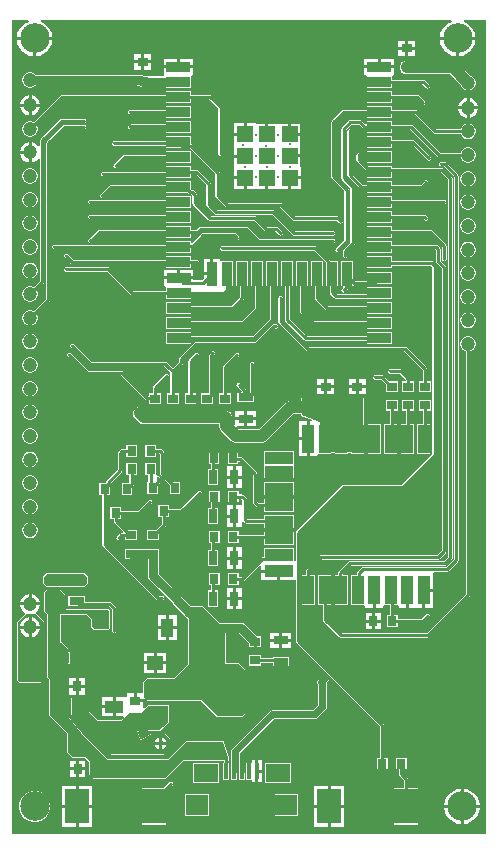
<source format=gtl>
G04*
G04 #@! TF.GenerationSoftware,Altium Limited,Altium Designer,22.1.2 (22)*
G04*
G04 Layer_Physical_Order=1*
G04 Layer_Color=255*
%FSLAX25Y25*%
%MOIN*%
G70*
G04*
G04 #@! TF.SameCoordinates,E6BCAF42-7E50-4797-BEDC-23F1F838AA05*
G04*
G04*
G04 #@! TF.FilePolarity,Positive*
G04*
G01*
G75*
%ADD13C,0.00197*%
%ADD14R,0.07874X0.03543*%
%ADD15R,0.05236X0.05236*%
%ADD16R,0.03543X0.07874*%
%ADD17R,0.05118X0.02756*%
%ADD18R,0.03543X0.03150*%
%ADD19R,0.03150X0.03543*%
%ADD20R,0.03937X0.09646*%
%ADD21R,0.09646X0.03937*%
%ADD22R,0.04331X0.06299*%
%ADD23R,0.05512X0.13780*%
%ADD24R,0.05512X0.04724*%
%ADD25R,0.06299X0.04331*%
%ADD26R,0.07874X0.11811*%
%ADD27R,0.07480X0.07087*%
%ADD28R,0.01575X0.05315*%
%ADD29R,0.08268X0.06299*%
%ADD30R,0.03543X0.03740*%
%ADD31R,0.03740X0.03543*%
%ADD32R,0.02756X0.05118*%
%ADD56C,0.01000*%
%ADD57C,0.01500*%
%ADD58C,0.03937*%
%ADD59C,0.03150*%
%ADD60C,0.04724*%
%ADD61C,0.00787*%
%ADD62C,0.09843*%
%ADD63C,0.01968*%
G36*
X158571Y429D02*
X429D01*
Y271570D01*
X5876D01*
X5975Y271070D01*
X5195Y270747D01*
X4225Y270099D01*
X3401Y269275D01*
X2753Y268305D01*
X2306Y267227D01*
X2079Y266083D01*
Y266000D01*
X13921D01*
Y266083D01*
X13694Y267227D01*
X13247Y268305D01*
X12599Y269275D01*
X11775Y270099D01*
X10805Y270747D01*
X10025Y271070D01*
X10124Y271570D01*
X146876D01*
X146975Y271070D01*
X146195Y270747D01*
X145225Y270099D01*
X144401Y269275D01*
X143753Y268305D01*
X143306Y267227D01*
X143079Y266083D01*
Y266000D01*
X154921D01*
Y266083D01*
X154694Y267227D01*
X154247Y268305D01*
X153599Y269275D01*
X152775Y270099D01*
X151805Y270747D01*
X151025Y271070D01*
X151124Y271570D01*
X158571D01*
Y429D01*
D02*
G37*
%LPC*%
G36*
X134772Y264724D02*
X132500D01*
Y262650D01*
X134772D01*
Y264724D01*
D02*
G37*
G36*
X131500D02*
X129228D01*
Y262650D01*
X131500D01*
Y264724D01*
D02*
G37*
G36*
X154921Y265000D02*
X149500D01*
Y259579D01*
X149583D01*
X150727Y259806D01*
X151805Y260253D01*
X152775Y260901D01*
X153599Y261725D01*
X154247Y262695D01*
X154694Y263773D01*
X154921Y264917D01*
Y265000D01*
D02*
G37*
G36*
X148500D02*
X143079D01*
Y264917D01*
X143306Y263773D01*
X143753Y262695D01*
X144401Y261725D01*
X145225Y260901D01*
X146195Y260253D01*
X147273Y259806D01*
X148417Y259579D01*
X148500D01*
Y265000D01*
D02*
G37*
G36*
X13921D02*
X8500D01*
Y259579D01*
X8583D01*
X9727Y259806D01*
X10805Y260253D01*
X11775Y260901D01*
X12599Y261725D01*
X13247Y262695D01*
X13694Y263773D01*
X13921Y264917D01*
Y265000D01*
D02*
G37*
G36*
X7500D02*
X2079D01*
Y264917D01*
X2306Y263773D01*
X2753Y262695D01*
X3401Y261725D01*
X4225Y260901D01*
X5195Y260253D01*
X6273Y259806D01*
X7417Y259579D01*
X7500D01*
Y265000D01*
D02*
G37*
G36*
X134772Y261650D02*
X132500D01*
Y259575D01*
X134772D01*
Y261650D01*
D02*
G37*
G36*
X131500D02*
X129228D01*
Y259575D01*
X131500D01*
Y261650D01*
D02*
G37*
G36*
X46772Y260224D02*
X44500D01*
Y258150D01*
X46772D01*
Y260224D01*
D02*
G37*
G36*
X43500D02*
X41228D01*
Y258150D01*
X43500D01*
Y260224D01*
D02*
G37*
G36*
X60850Y258811D02*
X56413D01*
Y256539D01*
X60850D01*
Y258811D01*
D02*
G37*
G36*
X55413D02*
X50976D01*
Y256539D01*
X55413D01*
Y258811D01*
D02*
G37*
G36*
X127779D02*
X123343D01*
Y256539D01*
X127779D01*
Y258811D01*
D02*
G37*
G36*
X122343D02*
X117905D01*
Y256539D01*
X122343D01*
Y258811D01*
D02*
G37*
G36*
X46772Y257150D02*
X44500D01*
Y255075D01*
X46772D01*
Y257150D01*
D02*
G37*
G36*
X43500D02*
X41228D01*
Y255075D01*
X43500D01*
Y257150D01*
D02*
G37*
G36*
X60850Y255539D02*
X55913D01*
X50976D01*
Y253349D01*
X50976Y253268D01*
X50780Y252849D01*
X45972D01*
Y253125D01*
X44482D01*
X44212Y253306D01*
X43520Y253443D01*
X8314D01*
X8073Y253684D01*
X7489Y254022D01*
X6837Y254196D01*
X6163D01*
X5511Y254022D01*
X4927Y253684D01*
X4450Y253207D01*
X4112Y252623D01*
X3938Y251971D01*
Y251296D01*
X4112Y250645D01*
X4450Y250061D01*
X4927Y249584D01*
X5511Y249246D01*
X6163Y249072D01*
X6837D01*
X7489Y249246D01*
X8073Y249584D01*
X8314Y249824D01*
X42028D01*
Y249576D01*
X43110D01*
X43422Y249367D01*
X44114Y249230D01*
X51776D01*
Y249068D01*
X60050D01*
Y252768D01*
X60050Y253011D01*
X60444Y253268D01*
X60850D01*
Y255539D01*
D02*
G37*
G36*
X127779Y255539D02*
X122843D01*
X117905D01*
Y253268D01*
X118312D01*
X118705Y253011D01*
X118705Y252768D01*
Y249068D01*
X126979D01*
Y250276D01*
X137214D01*
X138495Y248995D01*
X138727Y248841D01*
X139000Y248786D01*
X139273Y248841D01*
X139505Y248995D01*
X139659Y249227D01*
X139714Y249500D01*
X139659Y249773D01*
X139505Y250005D01*
X138014Y251495D01*
X137783Y251649D01*
X137510Y251704D01*
X127333D01*
X126979Y252057D01*
X126979Y253011D01*
X127373Y253268D01*
X127779D01*
Y255539D01*
D02*
G37*
G36*
X147406Y258061D02*
X132000D01*
X131154Y257893D01*
X130753Y257625D01*
X130028D01*
Y256803D01*
X129957Y256697D01*
X129789Y255850D01*
X129957Y255004D01*
X130028Y254898D01*
Y254076D01*
X130753D01*
X131154Y253808D01*
X132000Y253639D01*
X146490D01*
X150021Y250108D01*
X150112Y249767D01*
X150450Y249183D01*
X150927Y248706D01*
X151511Y248368D01*
X152163Y248194D01*
X152837D01*
X153489Y248368D01*
X154073Y248706D01*
X154550Y249183D01*
X154888Y249767D01*
X155062Y250419D01*
Y251093D01*
X154888Y251745D01*
X154550Y252329D01*
X154073Y252806D01*
X153489Y253144D01*
X153148Y253235D01*
X148969Y257414D01*
X148252Y257893D01*
X147406Y258061D01*
D02*
G37*
G36*
X7000Y246595D02*
Y243748D01*
X9847D01*
X9633Y244546D01*
X9190Y245312D01*
X8564Y245938D01*
X7798Y246381D01*
X7000Y246595D01*
D02*
G37*
G36*
X6000D02*
X5202Y246381D01*
X4436Y245938D01*
X3810Y245312D01*
X3367Y244546D01*
X3153Y243748D01*
X6000D01*
Y246595D01*
D02*
G37*
G36*
X126979Y248011D02*
X118705D01*
Y244068D01*
X126979D01*
Y245326D01*
X135165D01*
X136995Y243495D01*
X137227Y243341D01*
X137500Y243286D01*
X137773Y243341D01*
X138005Y243495D01*
X138159Y243727D01*
X138214Y244000D01*
X138159Y244273D01*
X138005Y244505D01*
X135965Y246544D01*
X135734Y246699D01*
X135461Y246753D01*
X126979D01*
Y248011D01*
D02*
G37*
G36*
X153000Y245717D02*
Y242870D01*
X155847D01*
X155633Y243668D01*
X155190Y244434D01*
X154564Y245060D01*
X153798Y245503D01*
X153000Y245717D01*
D02*
G37*
G36*
X152000D02*
X151202Y245503D01*
X150436Y245060D01*
X149810Y244434D01*
X149367Y243668D01*
X149153Y242870D01*
X152000D01*
Y245717D01*
D02*
G37*
G36*
X9847Y242748D02*
X7000D01*
Y239901D01*
X7798Y240115D01*
X8564Y240558D01*
X9190Y241184D01*
X9633Y241950D01*
X9847Y242748D01*
D02*
G37*
G36*
X6000D02*
X3153D01*
X3367Y241950D01*
X3810Y241184D01*
X4436Y240558D01*
X5202Y240115D01*
X6000Y239901D01*
Y242748D01*
D02*
G37*
G36*
X60050Y243011D02*
X51776D01*
Y241714D01*
X40000D01*
X39727Y241659D01*
X39495Y241505D01*
X39421Y241430D01*
X39266Y241198D01*
X39211Y240925D01*
X39266Y240652D01*
X39421Y240421D01*
X39652Y240266D01*
X39925Y240212D01*
X40198Y240266D01*
X40229Y240286D01*
X51776D01*
Y239068D01*
X60050D01*
Y243011D01*
D02*
G37*
G36*
X155847Y241870D02*
X153000D01*
Y239023D01*
X153798Y239237D01*
X154564Y239680D01*
X155190Y240306D01*
X155633Y241072D01*
X155847Y241870D01*
D02*
G37*
G36*
X152000D02*
X149153D01*
X149367Y241072D01*
X149810Y240306D01*
X150436Y239680D01*
X151202Y239237D01*
X152000Y239023D01*
Y241870D01*
D02*
G37*
G36*
X60050Y238011D02*
X51776D01*
Y236964D01*
X40250D01*
X39977Y236910D01*
X39746Y236755D01*
X39421Y236430D01*
X39266Y236198D01*
X39211Y235925D01*
X39266Y235652D01*
X39421Y235420D01*
X39652Y235266D01*
X39925Y235211D01*
X40198Y235266D01*
X40430Y235420D01*
X40546Y235537D01*
X51776D01*
Y234068D01*
X60050D01*
Y238011D01*
D02*
G37*
G36*
X77716Y237177D02*
X74598D01*
Y234059D01*
X77716D01*
Y237177D01*
D02*
G37*
G36*
X96618Y237118D02*
X93500D01*
Y234000D01*
X96618D01*
Y237118D01*
D02*
G37*
G36*
X126979Y243011D02*
X118705D01*
Y241753D01*
X111039D01*
X110766Y241699D01*
X110535Y241544D01*
X106995Y238005D01*
X106841Y237773D01*
X106786Y237500D01*
Y219500D01*
X106841Y219227D01*
X106995Y218995D01*
X111286Y214704D01*
Y198296D01*
X108495Y195505D01*
X108341Y195273D01*
X108286Y195000D01*
X108341Y194727D01*
X108495Y194495D01*
X108727Y194341D01*
X109000Y194286D01*
X109273Y194341D01*
X109505Y194495D01*
X112505Y197495D01*
X112659Y197727D01*
X112714Y198000D01*
Y215000D01*
X112659Y215273D01*
X112505Y215505D01*
X108214Y219796D01*
Y237204D01*
X111335Y240326D01*
X118705D01*
Y239068D01*
X126979D01*
Y240326D01*
X134683D01*
X141017Y233991D01*
X141249Y233837D01*
X141522Y233782D01*
X150039D01*
X150112Y233507D01*
X150450Y232923D01*
X150927Y232446D01*
X151511Y232108D01*
X152163Y231934D01*
X152837D01*
X153489Y232108D01*
X154073Y232446D01*
X154550Y232923D01*
X154888Y233507D01*
X155062Y234159D01*
Y234833D01*
X154888Y235485D01*
X154550Y236069D01*
X154073Y236546D01*
X153489Y236884D01*
X152837Y237058D01*
X152163D01*
X151511Y236884D01*
X150927Y236546D01*
X150450Y236069D01*
X150112Y235485D01*
X150039Y235210D01*
X141817D01*
X135483Y241544D01*
X135251Y241699D01*
X134978Y241753D01*
X126979D01*
Y243011D01*
D02*
G37*
G36*
X81835Y237177D02*
X78716D01*
Y233559D01*
X78216D01*
Y233059D01*
X74598D01*
Y229941D01*
X74598D01*
X74579Y229894D01*
X74579Y229894D01*
X74579Y229449D01*
Y226776D01*
X78197D01*
Y225776D01*
X74579D01*
Y222657D01*
X74598D01*
Y219551D01*
X78216D01*
Y219051D01*
X78716D01*
Y215433D01*
X84941D01*
Y219051D01*
X85941D01*
Y215433D01*
X89059D01*
Y215433D01*
X89500D01*
Y215433D01*
X92618D01*
Y219051D01*
X93118D01*
Y219551D01*
X96736D01*
Y222669D01*
X96618Y222736D01*
Y225854D01*
X93000D01*
Y226854D01*
X96618D01*
Y229882D01*
X96618D01*
Y233000D01*
X93000D01*
Y233500D01*
X92500D01*
Y237118D01*
X89382D01*
Y237118D01*
X89059D01*
Y237118D01*
X85941D01*
Y233500D01*
X84941D01*
Y237118D01*
X81835D01*
Y237177D01*
D02*
G37*
G36*
X24500Y238714D02*
X17000D01*
X16727Y238659D01*
X16495Y238505D01*
X9995Y232005D01*
X9841Y231773D01*
X9786Y231500D01*
Y229532D01*
X9286Y229398D01*
X9190Y229564D01*
X8564Y230190D01*
X7798Y230633D01*
X7000Y230847D01*
Y227500D01*
Y224153D01*
X7798Y224367D01*
X8564Y224810D01*
X9190Y225436D01*
X9286Y225602D01*
X9786Y225468D01*
Y184552D01*
X7736Y182501D01*
X7489Y182643D01*
X6837Y182818D01*
X6163D01*
X5511Y182643D01*
X4927Y182306D01*
X4450Y181829D01*
X4112Y181245D01*
X3938Y180593D01*
Y179919D01*
X4112Y179267D01*
X4450Y178683D01*
X4927Y178206D01*
X5511Y177868D01*
X6163Y177694D01*
X6837D01*
X7489Y177868D01*
X8073Y178206D01*
X8550Y178683D01*
X8888Y179267D01*
X9062Y179919D01*
Y180593D01*
X8888Y181245D01*
X8745Y181492D01*
X11005Y183751D01*
X11159Y183983D01*
X11214Y184256D01*
Y231204D01*
X17296Y237286D01*
X24500D01*
X24773Y237341D01*
X25005Y237495D01*
X25159Y237727D01*
X25214Y238000D01*
X25159Y238273D01*
X25005Y238505D01*
X24773Y238659D01*
X24500Y238714D01*
D02*
G37*
G36*
X6000Y230847D02*
X5202Y230633D01*
X4436Y230190D01*
X3810Y229564D01*
X3367Y228798D01*
X3153Y228000D01*
X6000D01*
Y230847D01*
D02*
G37*
G36*
X60050Y248011D02*
X51776D01*
Y246753D01*
X17165D01*
X16892Y246699D01*
X16661Y246544D01*
X7736Y237619D01*
X7489Y237762D01*
X6837Y237936D01*
X6163D01*
X5511Y237762D01*
X4927Y237424D01*
X4450Y236947D01*
X4112Y236363D01*
X3938Y235711D01*
Y235037D01*
X4112Y234385D01*
X4450Y233801D01*
X4927Y233324D01*
X5511Y232986D01*
X6163Y232812D01*
X6837D01*
X7489Y232986D01*
X8073Y233324D01*
X8550Y233801D01*
X8888Y234385D01*
X9062Y235037D01*
Y235711D01*
X8888Y236363D01*
X8745Y236610D01*
X17461Y245326D01*
X51776D01*
Y244068D01*
X60050D01*
Y245326D01*
X66165D01*
X69286Y242204D01*
Y227000D01*
X69341Y226727D01*
X69495Y226495D01*
X69727Y226341D01*
X70000Y226286D01*
X70273Y226341D01*
X70505Y226495D01*
X70659Y226727D01*
X70714Y227000D01*
Y242500D01*
X70659Y242773D01*
X70505Y243005D01*
X66965Y246544D01*
X66734Y246699D01*
X66461Y246753D01*
X60050D01*
Y248011D01*
D02*
G37*
G36*
X126979Y233011D02*
X118705D01*
Y229068D01*
X126979D01*
Y230326D01*
X133665D01*
X138995Y224995D01*
X139227Y224841D01*
X139500Y224786D01*
X139773Y224841D01*
X140005Y224995D01*
X140159Y225227D01*
X140214Y225500D01*
X140159Y225773D01*
X140005Y226005D01*
X134465Y231544D01*
X134234Y231699D01*
X133961Y231753D01*
X126979D01*
Y233011D01*
D02*
G37*
G36*
X6000Y227000D02*
X3153D01*
X3367Y226202D01*
X3810Y225436D01*
X4436Y224810D01*
X5202Y224367D01*
X6000Y224153D01*
Y227000D01*
D02*
G37*
G36*
X126979Y228011D02*
X118705D01*
Y224068D01*
X126979D01*
Y228011D01*
D02*
G37*
G36*
X60050D02*
X51776D01*
Y226753D01*
X38039D01*
X37766Y226699D01*
X37535Y226544D01*
X34495Y223505D01*
X34341Y223273D01*
X34286Y223000D01*
X34341Y222727D01*
X34495Y222495D01*
X34727Y222341D01*
X35000Y222286D01*
X35273Y222341D01*
X35505Y222495D01*
X38335Y225326D01*
X51776D01*
Y224068D01*
X60050D01*
Y228011D01*
D02*
G37*
G36*
X116500Y238214D02*
X113172D01*
X112899Y238159D01*
X112667Y238005D01*
X110495Y235833D01*
X110341Y235601D01*
X110286Y235328D01*
Y218828D01*
X110341Y218555D01*
X110495Y218324D01*
X113286Y215533D01*
Y197467D01*
X110995Y195176D01*
X110841Y194945D01*
X110786Y194672D01*
Y193000D01*
X110841Y192727D01*
X110995Y192495D01*
X111227Y192341D01*
X111500Y192286D01*
X111773Y192341D01*
X112005Y192495D01*
X112159Y192727D01*
X112214Y193000D01*
Y194376D01*
X114505Y196667D01*
X114659Y196898D01*
X114714Y197172D01*
Y215828D01*
X114659Y216102D01*
X114505Y216333D01*
X111714Y219124D01*
Y235033D01*
X113467Y236786D01*
X116204D01*
X117456Y235535D01*
X117687Y235380D01*
X117961Y235326D01*
X118705D01*
Y234068D01*
X126979D01*
Y235326D01*
X133246D01*
X142454Y226117D01*
X142685Y225963D01*
X142959Y225908D01*
X150039D01*
X150112Y225633D01*
X150450Y225049D01*
X150927Y224572D01*
X151511Y224235D01*
X152163Y224060D01*
X152837D01*
X153489Y224235D01*
X154073Y224572D01*
X154550Y225049D01*
X154888Y225633D01*
X155062Y226285D01*
Y226959D01*
X154888Y227611D01*
X154550Y228195D01*
X154073Y228672D01*
X153489Y229010D01*
X152837Y229184D01*
X152163D01*
X151511Y229010D01*
X150927Y228672D01*
X150450Y228195D01*
X150112Y227611D01*
X150039Y227336D01*
X143254D01*
X134046Y236544D01*
X133815Y236699D01*
X133541Y236753D01*
X126979D01*
Y238011D01*
X118705D01*
Y236876D01*
X118205Y236804D01*
X117005Y238005D01*
X116773Y238159D01*
X116500Y238214D01*
D02*
G37*
G36*
X6837Y222188D02*
X6163D01*
X5511Y222014D01*
X4927Y221676D01*
X4450Y221199D01*
X4112Y220615D01*
X3938Y219963D01*
Y219289D01*
X4112Y218637D01*
X4450Y218053D01*
X4927Y217576D01*
X5511Y217238D01*
X6163Y217064D01*
X6837D01*
X7489Y217238D01*
X8073Y217576D01*
X8550Y218053D01*
X8888Y218637D01*
X9062Y219289D01*
Y219963D01*
X8888Y220615D01*
X8550Y221199D01*
X8073Y221676D01*
X7489Y222014D01*
X6837Y222188D01*
D02*
G37*
G36*
X152837Y221310D02*
X152163D01*
X151511Y221136D01*
X150927Y220798D01*
X150450Y220321D01*
X150112Y219737D01*
X149938Y219085D01*
Y218411D01*
X150112Y217759D01*
X150450Y217175D01*
X150927Y216698D01*
X151511Y216360D01*
X152163Y216186D01*
X152837D01*
X153489Y216360D01*
X154073Y216698D01*
X154550Y217175D01*
X154888Y217759D01*
X155062Y218411D01*
Y219085D01*
X154888Y219737D01*
X154550Y220321D01*
X154073Y220798D01*
X153489Y221136D01*
X152837Y221310D01*
D02*
G37*
G36*
X96736Y218551D02*
X93618D01*
Y215433D01*
X96736D01*
Y218551D01*
D02*
G37*
G36*
X77716D02*
X74598D01*
Y215433D01*
X77716D01*
Y218551D01*
D02*
G37*
G36*
X113000Y235214D02*
X112727Y235159D01*
X112495Y235005D01*
X112341Y234773D01*
X112286Y234500D01*
Y220000D01*
X112341Y219727D01*
X112495Y219495D01*
X116456Y215535D01*
X116688Y215380D01*
X116961Y215326D01*
X118705D01*
Y214068D01*
X126979D01*
Y215326D01*
X137039D01*
X137312Y215380D01*
X137544Y215535D01*
X139005Y216995D01*
X139159Y217227D01*
X139214Y217500D01*
X139159Y217773D01*
X139005Y218005D01*
X138773Y218159D01*
X138500Y218214D01*
X138227Y218159D01*
X137995Y218005D01*
X136744Y216753D01*
X126979D01*
Y218011D01*
X118705D01*
Y216753D01*
X117256D01*
X113714Y220296D01*
Y234500D01*
X113659Y234773D01*
X113505Y235005D01*
X113273Y235159D01*
X113000Y235214D01*
D02*
G37*
G36*
X6837Y214314D02*
X6163D01*
X5511Y214140D01*
X4927Y213802D01*
X4450Y213325D01*
X4112Y212741D01*
X3938Y212089D01*
Y211415D01*
X4112Y210763D01*
X4450Y210179D01*
X4927Y209702D01*
X5511Y209364D01*
X6163Y209190D01*
X6837D01*
X7489Y209364D01*
X8073Y209702D01*
X8550Y210179D01*
X8888Y210763D01*
X9062Y211415D01*
Y212089D01*
X8888Y212741D01*
X8550Y213325D01*
X8073Y213802D01*
X7489Y214140D01*
X6837Y214314D01*
D02*
G37*
G36*
X126979Y213011D02*
X118705D01*
Y209068D01*
X126979D01*
Y210286D01*
X144500D01*
X144773Y210341D01*
X145005Y210495D01*
X145159Y210727D01*
X145214Y211000D01*
X145159Y211273D01*
X145005Y211505D01*
X144773Y211659D01*
X144500Y211714D01*
X126979D01*
Y213011D01*
D02*
G37*
G36*
X60050D02*
X51776D01*
Y211753D01*
X26539D01*
X26266Y211699D01*
X26035Y211544D01*
X25995Y211505D01*
X25841Y211273D01*
X25786Y211000D01*
X25841Y210727D01*
X25995Y210495D01*
X26227Y210341D01*
X26500Y210286D01*
X26698Y210326D01*
X51776D01*
Y209068D01*
X60050D01*
Y213011D01*
D02*
G37*
G36*
X152837Y213436D02*
X152163D01*
X151511Y213262D01*
X150927Y212924D01*
X150450Y212447D01*
X150112Y211863D01*
X149938Y211211D01*
Y210537D01*
X150112Y209885D01*
X150450Y209301D01*
X150927Y208824D01*
X151511Y208486D01*
X152163Y208312D01*
X152837D01*
X153489Y208486D01*
X154073Y208824D01*
X154550Y209301D01*
X154888Y209885D01*
X155062Y210537D01*
Y211211D01*
X154888Y211863D01*
X154550Y212447D01*
X154073Y212924D01*
X153489Y213262D01*
X152837Y213436D01*
D02*
G37*
G36*
X126979Y208011D02*
X118705D01*
Y204068D01*
X126979D01*
Y205326D01*
X137665D01*
X137995Y204995D01*
X138227Y204841D01*
X138500Y204786D01*
X138773Y204841D01*
X139005Y204995D01*
X139159Y205227D01*
X139214Y205500D01*
X139159Y205773D01*
X139005Y206005D01*
X138465Y206544D01*
X138234Y206699D01*
X137961Y206753D01*
X126979D01*
Y208011D01*
D02*
G37*
G36*
X60050D02*
X51776D01*
Y206753D01*
X26539D01*
X26266Y206699D01*
X26035Y206544D01*
X25995Y206505D01*
X25841Y206273D01*
X25786Y206000D01*
X25841Y205727D01*
X25995Y205495D01*
X26227Y205341D01*
X26500Y205286D01*
X26698Y205326D01*
X51776D01*
Y204068D01*
X60050D01*
Y208011D01*
D02*
G37*
G36*
Y233011D02*
X51776D01*
Y231214D01*
X34500D01*
X34227Y231159D01*
X33995Y231005D01*
X33841Y230773D01*
X33786Y230500D01*
X33841Y230227D01*
X33995Y229995D01*
X34227Y229841D01*
X34500Y229786D01*
X51776D01*
Y229068D01*
X57116D01*
X57185Y229054D01*
X59719D01*
X68286Y220487D01*
Y213000D01*
X68341Y212727D01*
X68495Y212495D01*
X71495Y209495D01*
X71727Y209341D01*
X72000Y209286D01*
X89704D01*
X93995Y204995D01*
X94227Y204841D01*
X94500Y204786D01*
X108704D01*
X109495Y203995D01*
X109727Y203841D01*
X110000Y203786D01*
X110273Y203841D01*
X110505Y203995D01*
X110659Y204227D01*
X110714Y204500D01*
X110659Y204773D01*
X110505Y205005D01*
X109505Y206005D01*
X109273Y206159D01*
X109000Y206214D01*
X94796D01*
X90505Y210505D01*
X90273Y210659D01*
X90000Y210714D01*
X72296D01*
X69714Y213296D01*
Y220783D01*
X69659Y221056D01*
X69505Y221287D01*
X60520Y230272D01*
X60288Y230427D01*
X60050Y230474D01*
Y233011D01*
D02*
G37*
G36*
X6837Y206440D02*
X6163D01*
X5511Y206265D01*
X4927Y205928D01*
X4450Y205451D01*
X4112Y204867D01*
X3938Y204215D01*
Y203541D01*
X4112Y202889D01*
X4450Y202305D01*
X4927Y201828D01*
X5511Y201490D01*
X6163Y201316D01*
X6837D01*
X7489Y201490D01*
X8073Y201828D01*
X8550Y202305D01*
X8888Y202889D01*
X9062Y203541D01*
Y204215D01*
X8888Y204867D01*
X8550Y205451D01*
X8073Y205928D01*
X7489Y206265D01*
X6837Y206440D01*
D02*
G37*
G36*
X152837Y205562D02*
X152163D01*
X151511Y205388D01*
X150927Y205050D01*
X150450Y204573D01*
X150112Y203989D01*
X149938Y203337D01*
Y202663D01*
X150112Y202011D01*
X150450Y201427D01*
X150927Y200950D01*
X151511Y200612D01*
X152163Y200438D01*
X152837D01*
X153489Y200612D01*
X154073Y200950D01*
X154550Y201427D01*
X154888Y202011D01*
X155062Y202663D01*
Y203337D01*
X154888Y203989D01*
X154550Y204573D01*
X154073Y205050D01*
X153489Y205388D01*
X152837Y205562D01*
D02*
G37*
G36*
X60050Y223011D02*
X51776D01*
Y220950D01*
X30736D01*
X30463Y220895D01*
X30231Y220741D01*
X30077Y220509D01*
X30022Y220236D01*
X30077Y219963D01*
X30231Y219731D01*
X30463Y219577D01*
X30736Y219522D01*
X51776D01*
Y219068D01*
X60050D01*
Y220326D01*
X61665D01*
X65286Y216704D01*
Y210000D01*
X65341Y209727D01*
X65495Y209495D01*
X67995Y206995D01*
X68227Y206841D01*
X68500Y206786D01*
X87204D01*
X93995Y199995D01*
X94227Y199841D01*
X94500Y199786D01*
X107500D01*
X107773Y199841D01*
X108005Y199995D01*
X108159Y200227D01*
X108214Y200500D01*
X108159Y200773D01*
X108005Y201005D01*
X107773Y201159D01*
X107500Y201214D01*
X94796D01*
X88005Y208005D01*
X87773Y208159D01*
X87500Y208214D01*
X68796D01*
X66714Y210296D01*
Y217000D01*
X66659Y217273D01*
X66505Y217505D01*
X62465Y221544D01*
X62234Y221699D01*
X61961Y221753D01*
X60050D01*
Y223011D01*
D02*
G37*
G36*
Y218011D02*
X51776D01*
Y216753D01*
X33500D01*
X33227Y216699D01*
X32995Y216544D01*
X29995Y213544D01*
X29841Y213313D01*
X29786Y213039D01*
X29841Y212766D01*
X29995Y212535D01*
X30227Y212380D01*
X30500Y212326D01*
X30773Y212380D01*
X31005Y212535D01*
X33796Y215326D01*
X51776D01*
Y214068D01*
X59041D01*
X59302Y213806D01*
X59534Y213652D01*
X59807Y213597D01*
X60176D01*
X60637Y213137D01*
Y210602D01*
X60691Y210329D01*
X60846Y210098D01*
X65948Y204995D01*
X66180Y204841D01*
X66453Y204786D01*
X81204D01*
X84495Y201495D01*
X84727Y201341D01*
X85000Y201286D01*
X88204D01*
X89495Y199995D01*
X89727Y199841D01*
X90000Y199786D01*
X90273Y199841D01*
X90505Y199995D01*
X90659Y200227D01*
X90714Y200500D01*
X90659Y200773D01*
X90505Y201005D01*
X89005Y202505D01*
X88773Y202659D01*
X88500Y202714D01*
X85296D01*
X82005Y206005D01*
X81773Y206159D01*
X81500Y206214D01*
X66748D01*
X62064Y210898D01*
Y213432D01*
X62010Y213705D01*
X61855Y213937D01*
X60976Y214816D01*
X60745Y214970D01*
X60472Y215025D01*
X60103D01*
X60050Y215077D01*
Y218011D01*
D02*
G37*
G36*
X74500Y200714D02*
X64305D01*
X64032Y200659D01*
X63801Y200505D01*
X60550Y197254D01*
X60050Y197370D01*
Y198011D01*
X51776D01*
Y196718D01*
X15004D01*
X14984Y196714D01*
X14500D01*
X14227Y196659D01*
X13995Y196505D01*
X13841Y196273D01*
X13786Y196000D01*
X13841Y195727D01*
X13995Y195495D01*
X14227Y195341D01*
X14500Y195286D01*
X15000D01*
X15020Y195290D01*
X51776D01*
Y194068D01*
X60050D01*
Y195746D01*
X60765D01*
X61038Y195800D01*
X61269Y195955D01*
X64601Y199286D01*
X74204D01*
X74995Y198495D01*
X75227Y198341D01*
X75500Y198286D01*
X75773Y198341D01*
X76005Y198495D01*
X76159Y198727D01*
X76214Y199000D01*
X76159Y199273D01*
X76005Y199505D01*
X75005Y200505D01*
X74773Y200659D01*
X74500Y200714D01*
D02*
G37*
G36*
X60050Y203011D02*
X51776D01*
Y201753D01*
X29642D01*
X29369Y201699D01*
X29137Y201544D01*
X26102Y198509D01*
X25947Y198277D01*
X25893Y198004D01*
X25947Y197731D01*
X26102Y197499D01*
X26333Y197345D01*
X26606Y197290D01*
X26879Y197345D01*
X27111Y197499D01*
X29937Y200326D01*
X51776D01*
Y199068D01*
X60050D01*
Y200326D01*
X62516D01*
X62789Y200380D01*
X63021Y200535D01*
X63773Y201286D01*
X78204D01*
X81995Y197495D01*
X82227Y197341D01*
X82500Y197286D01*
X107500D01*
X107773Y197341D01*
X108005Y197495D01*
X108159Y197727D01*
X108214Y198000D01*
X108159Y198273D01*
X108005Y198505D01*
X107773Y198659D01*
X107500Y198714D01*
X82796D01*
X79005Y202505D01*
X78773Y202659D01*
X78500Y202714D01*
X63477D01*
X63204Y202659D01*
X62972Y202505D01*
X62221Y201753D01*
X60050D01*
Y203011D01*
D02*
G37*
G36*
X6837Y198566D02*
X6163D01*
X5511Y198391D01*
X4927Y198054D01*
X4450Y197577D01*
X4112Y196993D01*
X3938Y196341D01*
Y195667D01*
X4112Y195015D01*
X4450Y194431D01*
X4927Y193954D01*
X5511Y193616D01*
X6163Y193442D01*
X6837D01*
X7489Y193616D01*
X8073Y193954D01*
X8550Y194431D01*
X8888Y195015D01*
X9062Y195667D01*
Y196341D01*
X8888Y196993D01*
X8550Y197577D01*
X8073Y198054D01*
X7489Y198391D01*
X6837Y198566D01*
D02*
G37*
G36*
X152837Y197688D02*
X152163D01*
X151511Y197514D01*
X150927Y197176D01*
X150450Y196699D01*
X150112Y196115D01*
X149938Y195463D01*
Y194789D01*
X150112Y194137D01*
X150450Y193553D01*
X150927Y193076D01*
X151511Y192738D01*
X152163Y192564D01*
X152837D01*
X153489Y192738D01*
X154073Y193076D01*
X154550Y193553D01*
X154888Y194137D01*
X155062Y194789D01*
Y195463D01*
X154888Y196115D01*
X154550Y196699D01*
X154073Y197176D01*
X153489Y197514D01*
X152837Y197688D01*
D02*
G37*
G36*
X126979Y203011D02*
X118705D01*
Y199068D01*
X126979D01*
Y200326D01*
X139665D01*
X143893Y196098D01*
Y191903D01*
X143947Y191630D01*
X144102Y191399D01*
X144333Y191244D01*
X144606Y191190D01*
X144879Y191244D01*
X145111Y191399D01*
X145266Y191630D01*
X145320Y191903D01*
Y196394D01*
X145266Y196667D01*
X145111Y196898D01*
X140465Y201544D01*
X140234Y201699D01*
X139961Y201753D01*
X126979D01*
Y203011D01*
D02*
G37*
G36*
X18500Y193714D02*
X18227Y193659D01*
X17995Y193505D01*
X17841Y193273D01*
X17786Y193000D01*
X17841Y192727D01*
X17995Y192495D01*
X19956Y190535D01*
X20188Y190380D01*
X20461Y190326D01*
X51776D01*
Y189068D01*
X60050D01*
Y190326D01*
X61802D01*
X62000Y190286D01*
X62273Y190341D01*
X62505Y190495D01*
X62659Y190727D01*
X62714Y191000D01*
X62659Y191273D01*
X62505Y191505D01*
X62465Y191544D01*
X62234Y191699D01*
X61961Y191753D01*
X60050D01*
Y193011D01*
X51776D01*
Y191753D01*
X20756D01*
X19005Y193505D01*
X18773Y193659D01*
X18500Y193714D01*
D02*
G37*
G36*
X66594Y192039D02*
X64323D01*
Y187602D01*
X66594D01*
Y192039D01*
D02*
G37*
G36*
X60929Y188437D02*
X56492D01*
Y186165D01*
X60929D01*
Y188437D01*
D02*
G37*
G36*
X55492D02*
X51055D01*
Y186165D01*
X55492D01*
Y188437D01*
D02*
G37*
G36*
X6837Y190692D02*
X6163D01*
X5511Y190517D01*
X4927Y190180D01*
X4450Y189703D01*
X4112Y189119D01*
X3938Y188467D01*
Y187793D01*
X4112Y187141D01*
X4450Y186557D01*
X4927Y186080D01*
X5511Y185742D01*
X6163Y185568D01*
X6837D01*
X7489Y185742D01*
X8073Y186080D01*
X8550Y186557D01*
X8888Y187141D01*
X9062Y187793D01*
Y188467D01*
X8888Y189119D01*
X8550Y189703D01*
X8073Y190180D01*
X7489Y190517D01*
X6837Y190692D01*
D02*
G37*
G36*
X69866Y192039D02*
X67594D01*
Y187102D01*
X67094D01*
Y186602D01*
X64323D01*
Y185340D01*
X63817Y184834D01*
X60929D01*
Y185165D01*
X55992D01*
X51055D01*
Y182894D01*
X51461D01*
X51855Y182637D01*
X51855Y182394D01*
Y181379D01*
X40630D01*
X33005Y189005D01*
X32773Y189159D01*
X32500Y189214D01*
X18500D01*
X18227Y189159D01*
X17995Y189005D01*
X17841Y188773D01*
X17786Y188500D01*
X17841Y188227D01*
X17995Y187995D01*
X18227Y187841D01*
X18500Y187786D01*
X32204D01*
X39830Y180161D01*
X40062Y180006D01*
X40335Y179952D01*
X51855D01*
Y178694D01*
X60129D01*
Y179952D01*
X71081D01*
X71354Y180006D01*
X71585Y180161D01*
X72599Y181175D01*
X72754Y181406D01*
X72808Y181679D01*
Y182965D01*
X74066D01*
Y191239D01*
X70366D01*
X70123Y191239D01*
X69866Y191633D01*
Y192039D01*
D02*
G37*
G36*
X152837Y189814D02*
X152163D01*
X151511Y189640D01*
X150927Y189302D01*
X150450Y188825D01*
X150112Y188241D01*
X149938Y187589D01*
Y186915D01*
X150112Y186263D01*
X150450Y185679D01*
X150927Y185202D01*
X151511Y184864D01*
X152163Y184690D01*
X152837D01*
X153489Y184864D01*
X154073Y185202D01*
X154550Y185679D01*
X154888Y186263D01*
X155062Y186915D01*
Y187589D01*
X154888Y188241D01*
X154550Y188825D01*
X154073Y189302D01*
X153489Y189640D01*
X152837Y189814D01*
D02*
G37*
G36*
X114066Y191239D02*
X110123D01*
Y182965D01*
X110841D01*
X110956Y182465D01*
X110509Y182018D01*
X110354Y181787D01*
X110300Y181514D01*
X110354Y181241D01*
X110509Y181009D01*
X110741Y180854D01*
X111014Y180800D01*
X111287Y180854D01*
X111519Y181009D01*
X112256Y181746D01*
X112410Y181978D01*
X112465Y182251D01*
Y182965D01*
X114066D01*
Y182965D01*
X114378Y183367D01*
X121337D01*
X121610Y183421D01*
X121841Y183576D01*
X121959Y183694D01*
X127058D01*
Y187637D01*
X118784D01*
Y184794D01*
X114674D01*
X114066Y185402D01*
Y191239D01*
D02*
G37*
G36*
X101527Y196214D02*
X70500D01*
X70227Y196159D01*
X69995Y196005D01*
X69841Y195773D01*
X69786Y195500D01*
X69841Y195227D01*
X69995Y194995D01*
X70227Y194841D01*
X70500Y194786D01*
X101231D01*
X105109Y190908D01*
Y188374D01*
X105123Y188305D01*
Y182965D01*
X106381D01*
Y180892D01*
X106435Y180619D01*
X106590Y180387D01*
X107968Y179009D01*
X108199Y178854D01*
X108472Y178800D01*
X118784D01*
Y178694D01*
X127058D01*
Y182637D01*
X118784D01*
Y180227D01*
X108768D01*
X107808Y181187D01*
Y182965D01*
X109066D01*
Y191239D01*
X106529D01*
X106482Y191477D01*
X106327Y191709D01*
X102032Y196005D01*
X101800Y196159D01*
X101527Y196214D01*
D02*
G37*
G36*
X152837Y181940D02*
X152163D01*
X151511Y181766D01*
X150927Y181428D01*
X150450Y180951D01*
X150112Y180367D01*
X149938Y179715D01*
Y179041D01*
X150112Y178389D01*
X150450Y177805D01*
X150927Y177328D01*
X151511Y176990D01*
X152163Y176816D01*
X152837D01*
X153489Y176990D01*
X154073Y177328D01*
X154550Y177805D01*
X154888Y178389D01*
X155062Y179041D01*
Y179715D01*
X154888Y180367D01*
X154550Y180951D01*
X154073Y181428D01*
X153489Y181766D01*
X152837Y181940D01*
D02*
G37*
G36*
X79224Y191239D02*
X75280D01*
Y182965D01*
X76538D01*
Y179219D01*
X73699Y176379D01*
X60129D01*
Y177637D01*
X51855D01*
Y173694D01*
X60129D01*
Y174952D01*
X73994D01*
X74267Y175006D01*
X74499Y175161D01*
X77757Y178419D01*
X77911Y178650D01*
X77966Y178923D01*
Y182965D01*
X79224D01*
Y191239D01*
D02*
G37*
G36*
X24500Y236714D02*
X18000D01*
X17727Y236659D01*
X17495Y236505D01*
X11995Y231005D01*
X11841Y230773D01*
X11786Y230500D01*
Y178677D01*
X7736Y174627D01*
X7489Y174769D01*
X6837Y174944D01*
X6163D01*
X5511Y174769D01*
X4927Y174432D01*
X4450Y173955D01*
X4112Y173371D01*
X3938Y172719D01*
Y172045D01*
X4112Y171393D01*
X4450Y170809D01*
X4927Y170332D01*
X5511Y169994D01*
X6163Y169820D01*
X6837D01*
X7489Y169994D01*
X8073Y170332D01*
X8550Y170809D01*
X8888Y171393D01*
X9062Y172045D01*
Y172719D01*
X8888Y173371D01*
X8745Y173618D01*
X13005Y177877D01*
X13159Y178109D01*
X13214Y178382D01*
Y230204D01*
X18296Y235286D01*
X24500D01*
X24773Y235341D01*
X25005Y235495D01*
X25159Y235727D01*
X25214Y236000D01*
X25159Y236273D01*
X25005Y236505D01*
X24773Y236659D01*
X24500Y236714D01*
D02*
G37*
G36*
X104066Y191239D02*
X100123D01*
Y182965D01*
X101381D01*
Y178923D01*
X101435Y178650D01*
X101590Y178419D01*
X104848Y175161D01*
X105079Y175006D01*
X105352Y174952D01*
X118784D01*
Y173694D01*
X127058D01*
Y177637D01*
X118784D01*
Y176379D01*
X105648D01*
X102808Y179219D01*
Y182965D01*
X104066D01*
Y191239D01*
D02*
G37*
G36*
X84066D02*
X80123D01*
Y182965D01*
X81381D01*
Y175676D01*
X77084Y171379D01*
X60129D01*
Y172637D01*
X51855D01*
Y168694D01*
X60129D01*
Y169952D01*
X77380D01*
X77653Y170006D01*
X77885Y170161D01*
X82599Y174875D01*
X82754Y175107D01*
X82808Y175380D01*
Y182965D01*
X84066D01*
Y191239D01*
D02*
G37*
G36*
X152837Y174066D02*
X152163D01*
X151511Y173891D01*
X150927Y173554D01*
X150450Y173077D01*
X150112Y172493D01*
X149938Y171841D01*
Y171167D01*
X150112Y170515D01*
X150450Y169931D01*
X150927Y169454D01*
X151511Y169116D01*
X152163Y168942D01*
X152837D01*
X153489Y169116D01*
X154073Y169454D01*
X154550Y169931D01*
X154888Y170515D01*
X155062Y171167D01*
Y171841D01*
X154888Y172493D01*
X154550Y173077D01*
X154073Y173554D01*
X153489Y173891D01*
X152837Y174066D01*
D02*
G37*
G36*
X99066Y191239D02*
X95123D01*
Y182965D01*
X96381D01*
Y174396D01*
X96435Y174123D01*
X96590Y173891D01*
X100320Y170161D01*
X100552Y170006D01*
X100825Y169952D01*
X118784D01*
Y168694D01*
X127058D01*
Y172637D01*
X118784D01*
Y171379D01*
X101120D01*
X97808Y174691D01*
Y182965D01*
X99066D01*
Y191239D01*
D02*
G37*
G36*
X89066D02*
X85123D01*
Y182965D01*
X86381D01*
Y172014D01*
X80746Y166379D01*
X60129D01*
Y167637D01*
X51855D01*
Y163694D01*
X60129D01*
Y164952D01*
X81041D01*
X81314Y165006D01*
X81546Y165161D01*
X87599Y171214D01*
X87754Y171445D01*
X87808Y171719D01*
Y182965D01*
X89066D01*
Y191239D01*
D02*
G37*
G36*
X94066D02*
X90123D01*
Y182965D01*
X91578D01*
Y171561D01*
X91632Y171288D01*
X91787Y171056D01*
X97840Y165003D01*
X98071Y164848D01*
X98344Y164794D01*
X118784D01*
Y163694D01*
X127058D01*
Y167637D01*
X118784D01*
Y166222D01*
X98640D01*
X93005Y171857D01*
Y182965D01*
X94066D01*
Y191239D01*
D02*
G37*
G36*
X6837Y167070D02*
X6163D01*
X5511Y166895D01*
X4927Y166558D01*
X4450Y166081D01*
X4112Y165497D01*
X3938Y164845D01*
Y164171D01*
X4112Y163519D01*
X4450Y162935D01*
X4927Y162458D01*
X5511Y162120D01*
X6163Y161946D01*
X6837D01*
X7489Y162120D01*
X8073Y162458D01*
X8550Y162935D01*
X8888Y163519D01*
X9062Y164171D01*
Y164845D01*
X8888Y165497D01*
X8550Y166081D01*
X8073Y166558D01*
X7489Y166895D01*
X6837Y167070D01*
D02*
G37*
G36*
X88500Y170214D02*
X87704D01*
X87431Y170159D01*
X87200Y170005D01*
X81574Y164379D01*
X61822D01*
X61549Y164325D01*
X61317Y164170D01*
X59351Y162204D01*
X59351Y162204D01*
X56352Y159205D01*
X56197Y158973D01*
X56143Y158700D01*
Y157652D01*
X54000Y155509D01*
X52005Y157505D01*
X51773Y157659D01*
X51500Y157714D01*
X26796D01*
X21005Y163505D01*
X20773Y163659D01*
X20500Y163714D01*
X20227Y163659D01*
X19995Y163505D01*
X19841Y163273D01*
X19786Y163000D01*
X19841Y162727D01*
X19995Y162495D01*
X25995Y156495D01*
X26227Y156341D01*
X26500Y156286D01*
X51204D01*
X52409Y155081D01*
X52409Y155081D01*
X52410Y155081D01*
X53286Y154204D01*
Y147237D01*
X52103D01*
Y143688D01*
X56046D01*
Y147237D01*
X54714D01*
Y154204D01*
X57361Y156852D01*
X57516Y157083D01*
X57570Y157357D01*
Y158404D01*
X60361Y161195D01*
X60361Y161195D01*
X62118Y162952D01*
X81870D01*
X82143Y163006D01*
X82374Y163161D01*
X88000Y168786D01*
X88500D01*
X88773Y168841D01*
X89005Y168995D01*
X89159Y169227D01*
X89214Y169500D01*
X89159Y169773D01*
X89005Y170005D01*
X88773Y170159D01*
X88500Y170214D01*
D02*
G37*
G36*
X6837Y159196D02*
X6163D01*
X5511Y159021D01*
X4927Y158684D01*
X4450Y158207D01*
X4112Y157623D01*
X3938Y156971D01*
Y156297D01*
X4112Y155645D01*
X4450Y155061D01*
X4927Y154584D01*
X5511Y154246D01*
X6163Y154072D01*
X6837D01*
X7489Y154246D01*
X8073Y154584D01*
X8550Y155061D01*
X8888Y155645D01*
X9062Y156297D01*
Y156971D01*
X8888Y157623D01*
X8550Y158207D01*
X8073Y158684D01*
X7489Y159021D01*
X6837Y159196D01*
D02*
G37*
G36*
X118347Y152037D02*
X116075D01*
Y149963D01*
X118347D01*
Y152037D01*
D02*
G37*
G36*
X115075D02*
X112803D01*
Y149963D01*
X115075D01*
Y152037D01*
D02*
G37*
G36*
X107846D02*
X105575D01*
Y149963D01*
X107846D01*
Y152037D01*
D02*
G37*
G36*
X104575D02*
X102303D01*
Y149963D01*
X104575D01*
Y152037D01*
D02*
G37*
G36*
X90000Y179714D02*
X89727Y179659D01*
X89495Y179505D01*
X89341Y179273D01*
X89286Y179000D01*
Y171024D01*
X89341Y170751D01*
X89495Y170519D01*
X98519Y161495D01*
X98751Y161341D01*
X99024Y161286D01*
X131204D01*
X137361Y155130D01*
Y151237D01*
X136103D01*
Y147688D01*
X140046D01*
Y151237D01*
X138788D01*
Y155425D01*
X138734Y155698D01*
X138579Y155930D01*
X132005Y162505D01*
X131773Y162659D01*
X131500Y162714D01*
X99320D01*
X90714Y171320D01*
Y179000D01*
X90659Y179273D01*
X90505Y179505D01*
X90273Y179659D01*
X90000Y179714D01*
D02*
G37*
G36*
X130000Y155214D02*
X126500D01*
X126227Y155159D01*
X125995Y155005D01*
X125841Y154773D01*
X125786Y154500D01*
X125841Y154227D01*
X125995Y153995D01*
X126227Y153841D01*
X126500Y153786D01*
X129704D01*
X131753Y151737D01*
X131638Y151237D01*
X130603D01*
Y147688D01*
X134546D01*
Y151237D01*
X133262D01*
Y151952D01*
X133208Y152225D01*
X133053Y152456D01*
X130505Y155005D01*
X130273Y155159D01*
X130000Y155214D01*
D02*
G37*
G36*
X123840Y153214D02*
X121500D01*
X121227Y153159D01*
X120995Y153005D01*
X120841Y152773D01*
X120786Y152500D01*
X120841Y152227D01*
X120995Y151995D01*
X121227Y151841D01*
X121500Y151786D01*
X123545D01*
X125103Y150228D01*
Y147688D01*
X129046D01*
Y151237D01*
X126112D01*
X124345Y153005D01*
X124114Y153159D01*
X123840Y153214D01*
D02*
G37*
G36*
X80500Y157714D02*
X80227Y157659D01*
X79995Y157505D01*
X79931Y157440D01*
X79776Y157209D01*
X79722Y156936D01*
Y147434D01*
X78565D01*
Y148149D01*
X78511Y148422D01*
X78356Y148653D01*
X76505Y150505D01*
X76273Y150659D01*
X76000Y150714D01*
X75727Y150659D01*
X75495Y150505D01*
X75341Y150273D01*
X75286Y150000D01*
X75341Y149727D01*
X75495Y149495D01*
X77056Y147934D01*
X76941Y147434D01*
X75618D01*
Y144278D01*
X81136D01*
Y146665D01*
X81149Y146734D01*
Y156712D01*
X81159Y156727D01*
X81214Y157000D01*
X81159Y157273D01*
X81005Y157505D01*
X80773Y157659D01*
X80500Y157714D01*
D02*
G37*
G36*
X118347Y148963D02*
X116075D01*
Y146888D01*
X118347D01*
Y148963D01*
D02*
G37*
G36*
X115075D02*
X112803D01*
Y146888D01*
X115075D01*
Y148963D01*
D02*
G37*
G36*
X107846D02*
X105575D01*
Y146888D01*
X107846D01*
Y148963D01*
D02*
G37*
G36*
X104575D02*
X102303D01*
Y146888D01*
X104575D01*
Y148963D01*
D02*
G37*
G36*
X6837Y151322D02*
X6163D01*
X5511Y151147D01*
X4927Y150810D01*
X4450Y150333D01*
X4112Y149749D01*
X3938Y149097D01*
Y148423D01*
X4112Y147771D01*
X4450Y147187D01*
X4927Y146710D01*
X5511Y146372D01*
X6163Y146198D01*
X6837D01*
X7489Y146372D01*
X8073Y146710D01*
X8550Y147187D01*
X8888Y147771D01*
X9062Y148423D01*
Y149097D01*
X8888Y149749D01*
X8550Y150333D01*
X8073Y150810D01*
X7489Y151147D01*
X6837Y151322D01*
D02*
G37*
G36*
X75500Y160714D02*
X75227Y160659D01*
X74995Y160505D01*
X71030Y156539D01*
X70875Y156308D01*
X70821Y156035D01*
Y147237D01*
X69563D01*
Y143688D01*
X73506D01*
Y147237D01*
X72248D01*
Y155739D01*
X76005Y159495D01*
X76159Y159727D01*
X76214Y160000D01*
X76159Y160273D01*
X76005Y160505D01*
X75773Y160659D01*
X75500Y160714D01*
D02*
G37*
G36*
X62000D02*
X61727Y160659D01*
X61495Y160505D01*
X59483Y158493D01*
X59329Y158261D01*
X59275Y157988D01*
Y147237D01*
X58017D01*
Y143688D01*
X61960D01*
Y147237D01*
X60702D01*
Y157693D01*
X62505Y159495D01*
X62659Y159727D01*
X62714Y160000D01*
X62659Y160273D01*
X62505Y160505D01*
X62273Y160659D01*
X62000Y160714D01*
D02*
G37*
G36*
X19500D02*
X19227Y160659D01*
X18995Y160505D01*
X18841Y160273D01*
X18786Y160000D01*
X18841Y159727D01*
X18995Y159495D01*
X24995Y153495D01*
X25227Y153341D01*
X25500Y153286D01*
X36704D01*
X44939Y145052D01*
X45170Y144897D01*
X45443Y144843D01*
X46158D01*
Y143688D01*
X50101D01*
Y147237D01*
X48843D01*
Y148834D01*
X52505Y152495D01*
X52659Y152727D01*
X52714Y153000D01*
X52659Y153273D01*
X52505Y153505D01*
X52273Y153659D01*
X52000Y153714D01*
X51727Y153659D01*
X51495Y153505D01*
X47624Y149634D01*
X47470Y149402D01*
X47416Y149129D01*
X47441Y149000D01*
X47416Y148871D01*
Y147237D01*
X46158D01*
Y146467D01*
X45658Y146352D01*
X37505Y154505D01*
X37273Y154659D01*
X37000Y154714D01*
X25796D01*
X20005Y160505D01*
X19773Y160659D01*
X19500Y160714D01*
D02*
G37*
G36*
X67500Y161214D02*
X67227Y161159D01*
X66995Y161005D01*
X66342Y160351D01*
X66187Y160120D01*
X66133Y159846D01*
Y147237D01*
X63603D01*
Y143688D01*
X67546D01*
Y146468D01*
X67560Y146537D01*
Y159551D01*
X68005Y159995D01*
X68159Y160227D01*
X68214Y160500D01*
X68159Y160773D01*
X68005Y161005D01*
X67773Y161159D01*
X67500Y161214D01*
D02*
G37*
G36*
X81936Y141148D02*
X78877D01*
Y139270D01*
X81936D01*
Y141148D01*
D02*
G37*
G36*
X77877D02*
X74818D01*
Y139270D01*
X77877D01*
Y141148D01*
D02*
G37*
G36*
X6837Y143448D02*
X6163D01*
X5511Y143273D01*
X4927Y142936D01*
X4450Y142459D01*
X4112Y141875D01*
X3938Y141223D01*
Y140549D01*
X4112Y139897D01*
X4450Y139313D01*
X4927Y138836D01*
X5511Y138498D01*
X6163Y138324D01*
X6837D01*
X7489Y138498D01*
X8073Y138836D01*
X8550Y139313D01*
X8888Y139897D01*
X9062Y140549D01*
Y141223D01*
X8888Y141875D01*
X8550Y142459D01*
X8073Y142936D01*
X7489Y143273D01*
X6837Y143448D01*
D02*
G37*
G36*
X81936Y138270D02*
X78877D01*
Y136392D01*
X81936D01*
Y138270D01*
D02*
G37*
G36*
X117500Y145717D02*
X97000D01*
X96847Y145653D01*
X96784Y145500D01*
Y144711D01*
X93324D01*
X92478Y144543D01*
X91761Y144063D01*
X82908Y135211D01*
X75916D01*
X75235Y135892D01*
X75442Y136392D01*
X77877D01*
Y138270D01*
X74818D01*
Y137016D01*
X74318Y136809D01*
X73942Y137184D01*
Y138967D01*
X73774Y139813D01*
X73506Y140214D01*
Y140938D01*
X72782D01*
X72381Y141206D01*
X71535Y141374D01*
X45252D01*
X44563Y142063D01*
X43846Y142543D01*
X43000Y142711D01*
X42154Y142543D01*
X41437Y142063D01*
X40957Y141346D01*
X40789Y140500D01*
X40957Y139654D01*
X41437Y138937D01*
X42773Y137600D01*
X43490Y137121D01*
X44337Y136952D01*
X69520D01*
Y136269D01*
X69689Y135423D01*
X70168Y134705D01*
X73437Y131437D01*
X74154Y130957D01*
X75000Y130789D01*
X83824D01*
X84671Y130957D01*
X85388Y131437D01*
X94240Y140289D01*
X96784D01*
Y139900D01*
X96801Y139859D01*
X96801Y139815D01*
X96831Y139786D01*
X96847Y139747D01*
X96888Y139730D01*
X96920Y139699D01*
X100358Y138324D01*
X100263Y137833D01*
X99705D01*
Y132010D01*
Y126187D01*
X102173D01*
Y126685D01*
X102548Y126987D01*
X106885D01*
Y127284D01*
X108060D01*
Y126987D01*
X112397D01*
Y127284D01*
X113572D01*
Y126987D01*
X117909D01*
Y137033D01*
X117717D01*
Y145500D01*
X117653Y145653D01*
X117500Y145717D01*
D02*
G37*
G36*
X98705Y137833D02*
X96236D01*
Y132510D01*
X98705D01*
Y137833D01*
D02*
G37*
G36*
X6837Y135574D02*
X6163D01*
X5511Y135399D01*
X4927Y135062D01*
X4450Y134585D01*
X4112Y134001D01*
X3938Y133349D01*
Y132675D01*
X4112Y132023D01*
X4450Y131439D01*
X4927Y130962D01*
X5511Y130624D01*
X6163Y130450D01*
X6837D01*
X7489Y130624D01*
X8073Y130962D01*
X8550Y131439D01*
X8888Y132023D01*
X9062Y132675D01*
Y133349D01*
X8888Y134001D01*
X8550Y134585D01*
X8073Y135062D01*
X7489Y135399D01*
X6837Y135574D01*
D02*
G37*
G36*
X140046Y144938D02*
X136103D01*
Y141389D01*
X137361D01*
Y137033D01*
X135619D01*
Y126987D01*
X139956D01*
Y137033D01*
X138788D01*
Y141389D01*
X140046D01*
Y144938D01*
D02*
G37*
G36*
X134546D02*
X130603D01*
Y141389D01*
X131861D01*
Y137033D01*
X130107D01*
Y126987D01*
X134444D01*
Y137033D01*
X133289D01*
Y141389D01*
X134546D01*
Y144938D01*
D02*
G37*
G36*
X129046D02*
X125103D01*
Y141389D01*
X126361D01*
Y137033D01*
X124595D01*
Y126987D01*
X128932D01*
Y137033D01*
X127788D01*
Y141389D01*
X129046D01*
Y144938D01*
D02*
G37*
G36*
X123421Y137033D02*
X119083D01*
Y126987D01*
X123421D01*
Y137033D01*
D02*
G37*
G36*
X98705Y131510D02*
X96236D01*
Y126187D01*
X98705D01*
Y131510D01*
D02*
G37*
G36*
X42125Y129972D02*
X38576D01*
Y128575D01*
X37086D01*
X36813Y128521D01*
X36581Y128366D01*
X35995Y127780D01*
X35841Y127549D01*
X35786Y127276D01*
Y121796D01*
X31905Y117914D01*
X31750Y117683D01*
X31696Y117409D01*
Y117222D01*
X29560D01*
Y113278D01*
X30621D01*
Y96665D01*
X30675Y96392D01*
X30830Y96161D01*
X48495Y78495D01*
X48727Y78341D01*
X49000Y78286D01*
X50495D01*
X50768Y78341D01*
X50999Y78495D01*
X51154Y78727D01*
X51209Y79000D01*
X51154Y79273D01*
X50999Y79505D01*
X50768Y79659D01*
X50495Y79714D01*
X49296D01*
X32048Y96961D01*
Y113278D01*
X33109D01*
Y116256D01*
X33123Y116325D01*
Y117114D01*
X37005Y120995D01*
X37159Y121227D01*
X37214Y121500D01*
Y126980D01*
X37381Y127148D01*
X38576D01*
Y126028D01*
X42125D01*
Y129972D01*
D02*
G37*
G36*
X6837Y127700D02*
X6163D01*
X5511Y127525D01*
X4927Y127188D01*
X4450Y126711D01*
X4112Y126127D01*
X3938Y125475D01*
Y124801D01*
X4112Y124149D01*
X4450Y123565D01*
X4927Y123088D01*
X5511Y122750D01*
X6163Y122576D01*
X6837D01*
X7489Y122750D01*
X8073Y123088D01*
X8550Y123565D01*
X8888Y124149D01*
X9062Y124801D01*
Y125475D01*
X8888Y126127D01*
X8550Y126711D01*
X8073Y127188D01*
X7489Y127525D01*
X6837Y127700D01*
D02*
G37*
G36*
X76996Y122872D02*
X75118D01*
Y119813D01*
X76996D01*
Y122872D01*
D02*
G37*
G36*
X74118D02*
X72240D01*
Y119813D01*
X74118D01*
Y122872D01*
D02*
G37*
G36*
X94385Y127879D02*
X84339D01*
Y123655D01*
X84339Y123542D01*
Y123155D01*
X84339Y123042D01*
Y118818D01*
X94385D01*
Y123042D01*
X94385Y123155D01*
Y123542D01*
X94385Y123655D01*
Y127879D01*
D02*
G37*
G36*
X69625Y127472D02*
X66076D01*
Y123528D01*
X66818D01*
Y122072D01*
X65953D01*
Y116554D01*
X69109D01*
Y122072D01*
X68245D01*
Y123528D01*
X69625D01*
Y127472D01*
D02*
G37*
G36*
X76996Y118813D02*
X75118D01*
Y115754D01*
X76996D01*
Y118813D01*
D02*
G37*
G36*
X74118D02*
X72240D01*
Y115754D01*
X74118D01*
Y118813D01*
D02*
G37*
G36*
X6837Y119826D02*
X6163D01*
X5511Y119651D01*
X4927Y119314D01*
X4450Y118837D01*
X4112Y118253D01*
X3938Y117601D01*
Y116927D01*
X4112Y116275D01*
X4450Y115691D01*
X4927Y115214D01*
X5511Y114876D01*
X6163Y114702D01*
X6837D01*
X7489Y114876D01*
X8073Y115214D01*
X8550Y115691D01*
X8888Y116275D01*
X9062Y116927D01*
Y117601D01*
X8888Y118253D01*
X8550Y118837D01*
X8073Y119314D01*
X7489Y119651D01*
X6837Y119826D01*
D02*
G37*
G36*
X48424Y129972D02*
X44875D01*
Y126028D01*
X48424D01*
Y127286D01*
X49619D01*
X49786Y127119D01*
Y120328D01*
X49841Y120055D01*
X49995Y119824D01*
X51481Y118338D01*
X51615Y118137D01*
X53040Y116712D01*
Y113778D01*
X56590D01*
Y117722D01*
X54049D01*
X52759Y119012D01*
X52625Y119213D01*
X51214Y120624D01*
Y127414D01*
X51159Y127687D01*
X51005Y127919D01*
X50419Y128505D01*
X50187Y128659D01*
X49914Y128714D01*
X48424D01*
Y129972D01*
D02*
G37*
G36*
X48424Y123972D02*
X44875D01*
Y120028D01*
X45936D01*
Y117722D01*
X45560D01*
Y113778D01*
X49109D01*
Y116708D01*
X49505Y117103D01*
X49659Y117334D01*
X49714Y117607D01*
Y119000D01*
X49659Y119273D01*
X49505Y119505D01*
X49273Y119659D01*
X49000Y119714D01*
X48852Y119756D01*
X48663Y119849D01*
X48510Y119945D01*
X48435Y120045D01*
X48424Y120442D01*
X48424Y120525D01*
Y123972D01*
D02*
G37*
G36*
X94385Y117643D02*
X84339D01*
Y113306D01*
X94385D01*
Y117643D01*
D02*
G37*
G36*
X42125Y123972D02*
X38576D01*
Y120028D01*
X39637D01*
Y117278D01*
X39580Y117222D01*
X37040D01*
Y113278D01*
X40590D01*
Y116212D01*
X40855Y116478D01*
X41010Y116709D01*
X41064Y116982D01*
Y120028D01*
X42125D01*
Y123972D01*
D02*
G37*
G36*
X63000Y114714D02*
X62727Y114659D01*
X62495Y114505D01*
X56580Y108590D01*
X52850D01*
Y109848D01*
X49300D01*
Y105904D01*
X50361D01*
Y103561D01*
X48537Y101737D01*
X45603D01*
Y98188D01*
X49546D01*
Y100728D01*
X51579Y102761D01*
X51734Y102993D01*
X51789Y103266D01*
Y105904D01*
X52850D01*
Y107162D01*
X56876D01*
X57149Y107217D01*
X57381Y107371D01*
X63505Y113495D01*
X63659Y113727D01*
X63714Y114000D01*
X63659Y114273D01*
X63505Y114505D01*
X63273Y114659D01*
X63000Y114714D01*
D02*
G37*
G36*
X46500Y111714D02*
X46227Y111659D01*
X45995Y111505D01*
X42580Y108090D01*
X36850D01*
Y109348D01*
X33300D01*
Y105404D01*
X34361D01*
Y104672D01*
X34415Y104399D01*
X34570Y104167D01*
X37599Y101138D01*
X37408Y100676D01*
X36963D01*
X36689Y100622D01*
X36458Y100467D01*
X35495Y99505D01*
X35341Y99273D01*
X35286Y99000D01*
X35341Y98727D01*
X35495Y98495D01*
X35727Y98341D01*
X36000Y98286D01*
X36273Y98341D01*
X36505Y98495D01*
X37258Y99249D01*
X38103D01*
Y98188D01*
X42046D01*
Y101737D01*
X39069D01*
X39006Y101750D01*
X35852Y104904D01*
X35941Y105404D01*
X36850D01*
Y106662D01*
X42876D01*
X43149Y106717D01*
X43381Y106871D01*
X47005Y110495D01*
X47159Y110727D01*
X47214Y111000D01*
X47159Y111273D01*
X47005Y111505D01*
X46773Y111659D01*
X46500Y111714D01*
D02*
G37*
G36*
X75924Y127472D02*
X72375D01*
Y123528D01*
X75924D01*
Y124451D01*
X76424Y124566D01*
X80824Y120167D01*
Y110791D01*
X80878Y110518D01*
X81033Y110286D01*
X81861Y109458D01*
X82093Y109303D01*
X82366Y109249D01*
X84339D01*
Y107794D01*
X94385D01*
Y112131D01*
X84339D01*
Y110676D01*
X82661D01*
X82251Y111087D01*
Y120463D01*
X82197Y120736D01*
X82042Y120967D01*
X77143Y125866D01*
X76912Y126021D01*
X76639Y126075D01*
X75924D01*
Y127472D01*
D02*
G37*
G36*
X6837Y111952D02*
X6163D01*
X5511Y111777D01*
X4927Y111440D01*
X4450Y110963D01*
X4112Y110379D01*
X3938Y109727D01*
Y109052D01*
X4112Y108401D01*
X4450Y107817D01*
X4927Y107340D01*
X5511Y107002D01*
X6163Y106828D01*
X6837D01*
X7489Y107002D01*
X8073Y107340D01*
X8550Y107817D01*
X8888Y108401D01*
X9062Y109052D01*
Y109727D01*
X8888Y110379D01*
X8550Y110963D01*
X8073Y111440D01*
X7489Y111777D01*
X6837Y111952D01*
D02*
G37*
G36*
X74118Y109872D02*
X72240D01*
Y106813D01*
X74118D01*
Y109872D01*
D02*
G37*
G36*
X69700Y114785D02*
X66150D01*
Y110841D01*
X66818D01*
Y109072D01*
X65953D01*
Y103554D01*
X69109D01*
Y109072D01*
X68245D01*
Y110841D01*
X69700D01*
Y114785D01*
D02*
G37*
G36*
X74118Y105813D02*
X72240D01*
Y102754D01*
X74118D01*
Y105813D01*
D02*
G37*
G36*
X75999Y114785D02*
X72450D01*
Y110841D01*
X75999D01*
Y112073D01*
X76918D01*
X77286Y111704D01*
Y110252D01*
X76996Y109872D01*
X76786Y109872D01*
X75118D01*
Y106313D01*
Y102754D01*
X76996D01*
Y104428D01*
X77493Y104580D01*
X77496Y104580D01*
X78081Y103995D01*
X78313Y103841D01*
X78586Y103786D01*
X84339D01*
Y102282D01*
X94385D01*
Y106619D01*
X84339D01*
Y105214D01*
X78881D01*
X78714Y105381D01*
Y112000D01*
X78659Y112273D01*
X78505Y112505D01*
X77718Y113291D01*
X77486Y113446D01*
X77213Y113500D01*
X75999D01*
Y114785D01*
D02*
G37*
G36*
X6837Y104078D02*
X6163D01*
X5511Y103903D01*
X4927Y103566D01*
X4450Y103089D01*
X4112Y102505D01*
X3938Y101853D01*
Y101178D01*
X4112Y100527D01*
X4450Y99942D01*
X4927Y99466D01*
X5511Y99128D01*
X6163Y98953D01*
X6837D01*
X7489Y99128D01*
X8073Y99466D01*
X8550Y99942D01*
X8888Y100527D01*
X9062Y101178D01*
Y101853D01*
X8888Y102505D01*
X8550Y103089D01*
X8073Y103566D01*
X7489Y103903D01*
X6837Y104078D01*
D02*
G37*
G36*
X75999Y101285D02*
X72450D01*
Y97341D01*
X75999D01*
Y98599D01*
X84339D01*
Y96771D01*
X94385D01*
Y101108D01*
X84339D01*
Y100027D01*
X75999D01*
Y101285D01*
D02*
G37*
G36*
X76996Y95872D02*
X75118D01*
Y92813D01*
X76996D01*
Y95872D01*
D02*
G37*
G36*
X74118D02*
X72240D01*
Y92813D01*
X74118D01*
Y95872D01*
D02*
G37*
G36*
X126979Y193011D02*
X118705D01*
Y189068D01*
X126979D01*
Y189786D01*
X140072D01*
X140102Y189742D01*
X140633Y189211D01*
Y126952D01*
X130395Y116714D01*
X111000D01*
X110727Y116659D01*
X110495Y116505D01*
X95231Y101241D01*
X95077Y101009D01*
X95022Y100736D01*
Y91265D01*
X94864Y91209D01*
X94385Y91570D01*
Y95596D01*
X84339D01*
Y92672D01*
X83945D01*
X83672Y92618D01*
X83440Y92463D01*
X77004Y86027D01*
X75999D01*
Y87285D01*
X72450D01*
Y83341D01*
X75999D01*
Y84599D01*
X77299D01*
X77572Y84654D01*
X77804Y84808D01*
X83077Y90082D01*
X83539Y89890D01*
Y88415D01*
X89362D01*
Y87915D01*
X89862D01*
Y84947D01*
X95022D01*
Y64764D01*
X95077Y64491D01*
X95231Y64259D01*
X123212Y36279D01*
Y25785D01*
X122150D01*
Y21841D01*
X125700D01*
Y25785D01*
X124639D01*
Y36575D01*
X124585Y36848D01*
X124430Y37080D01*
X96450Y65059D01*
Y100441D01*
X111296Y115286D01*
X130690D01*
X130963Y115341D01*
X131195Y115495D01*
X141851Y126152D01*
X142006Y126383D01*
X142060Y126656D01*
Y189506D01*
X142006Y189779D01*
X141851Y190011D01*
X141194Y190668D01*
X141111Y190792D01*
X140898Y191005D01*
X140667Y191159D01*
X140394Y191214D01*
X126979D01*
Y193011D01*
D02*
G37*
G36*
X69700Y101285D02*
X66150D01*
Y97341D01*
X66818D01*
Y95072D01*
X65953D01*
Y89554D01*
X69109D01*
Y95072D01*
X68245D01*
Y97341D01*
X69700D01*
Y101285D01*
D02*
G37*
G36*
X76996Y91813D02*
X75118D01*
Y88754D01*
X76996D01*
Y91813D01*
D02*
G37*
G36*
X74118D02*
X72240D01*
Y88754D01*
X74118D01*
Y91813D01*
D02*
G37*
G36*
X88862Y87415D02*
X83539D01*
Y84947D01*
X88862D01*
Y87415D01*
D02*
G37*
G36*
X24500Y87217D02*
X12000D01*
X11847Y87153D01*
X10847Y86153D01*
X10784Y86000D01*
X10784Y84000D01*
X10847Y83847D01*
X11847Y82847D01*
X12000Y82784D01*
X24500Y82784D01*
X24653Y82847D01*
X25653Y83847D01*
X25717Y84000D01*
Y86000D01*
X25653Y86153D01*
X24653Y87153D01*
X24608Y87172D01*
X24500Y87217D01*
D02*
G37*
G36*
X76996Y82372D02*
X75118D01*
Y79313D01*
X76996D01*
Y82372D01*
D02*
G37*
G36*
X74118D02*
X72240D01*
Y79313D01*
X74118D01*
Y82372D01*
D02*
G37*
G36*
X7000Y80347D02*
Y77500D01*
X9847D01*
X9633Y78298D01*
X9190Y79064D01*
X8564Y79690D01*
X7798Y80133D01*
X7000Y80347D01*
D02*
G37*
G36*
X6000D02*
X5202Y80133D01*
X4436Y79690D01*
X3810Y79064D01*
X3367Y78298D01*
X3153Y77500D01*
X6000D01*
Y80347D01*
D02*
G37*
G36*
X116000Y227214D02*
X115727Y227159D01*
X115495Y227005D01*
X115341Y226773D01*
X115286Y226500D01*
Y225052D01*
X115341Y224779D01*
X115495Y224547D01*
X118236Y221806D01*
X118468Y221652D01*
X118705Y221604D01*
Y219068D01*
X126979D01*
Y220893D01*
X143598D01*
X145893Y218598D01*
Y92659D01*
X144447Y91214D01*
X113000D01*
X112727Y91159D01*
X112495Y91005D01*
X109348Y87858D01*
X109194Y87626D01*
X109140Y87353D01*
Y86639D01*
X108060D01*
Y76593D01*
X112397D01*
Y86639D01*
X110763D01*
X110648Y87139D01*
X113296Y89786D01*
X144743D01*
X145016Y89841D01*
X145247Y89995D01*
X147111Y91859D01*
X147266Y92090D01*
X147320Y92364D01*
Y218894D01*
X147266Y219167D01*
X147111Y219398D01*
X144398Y222111D01*
X144167Y222266D01*
X143894Y222320D01*
X126979D01*
Y223011D01*
X121640D01*
X121571Y223025D01*
X119036D01*
X116714Y225347D01*
Y226500D01*
X116659Y226773D01*
X116505Y227005D01*
X116273Y227159D01*
X116000Y227214D01*
D02*
G37*
G36*
X126979Y198011D02*
X118705D01*
Y194068D01*
X126979D01*
Y195326D01*
X141619D01*
X141893Y195052D01*
Y191075D01*
X141947Y190802D01*
X142102Y190570D01*
X143786Y188885D01*
Y94796D01*
X142204Y93214D01*
X103500D01*
X103227Y93159D01*
X102995Y93005D01*
X98700Y88709D01*
X98545Y88478D01*
X98491Y88205D01*
Y86639D01*
X97036D01*
Y76593D01*
X101373D01*
Y86639D01*
X99918D01*
Y87909D01*
X103796Y91786D01*
X142500D01*
X142773Y91841D01*
X143005Y91995D01*
X145005Y93995D01*
X145159Y94227D01*
X145214Y94500D01*
Y189181D01*
X145159Y189454D01*
X145005Y189686D01*
X143320Y191370D01*
Y195335D01*
X143266Y195608D01*
X143111Y195840D01*
X143029Y195923D01*
X143005Y195958D01*
X142419Y196544D01*
X142187Y196699D01*
X141914Y196753D01*
X126979D01*
Y198011D01*
D02*
G37*
G36*
X69700Y87285D02*
X66150D01*
Y83341D01*
X66818D01*
Y81572D01*
X65953D01*
Y76054D01*
X69109D01*
Y81572D01*
X68245D01*
Y83341D01*
X69700D01*
Y87285D01*
D02*
G37*
G36*
X140756Y81116D02*
X138287D01*
Y75793D01*
X140756D01*
Y81116D01*
D02*
G37*
G36*
X144722Y224320D02*
X143500D01*
X143227Y224266D01*
X142995Y224111D01*
X142841Y223879D01*
X142786Y223606D01*
X142841Y223333D01*
X142995Y223102D01*
X143227Y222947D01*
X143500Y222893D01*
X144427D01*
X147893Y219426D01*
Y91831D01*
X145275Y89214D01*
X117313D01*
X117039Y89159D01*
X116808Y89005D01*
X115661Y87858D01*
X115506Y87626D01*
X115452Y87353D01*
Y86639D01*
X113572D01*
Y76593D01*
X117783D01*
X117909Y76593D01*
X118283Y76291D01*
Y75793D01*
X120752D01*
Y81616D01*
X121752D01*
Y75793D01*
X124221D01*
Y76291D01*
X124595Y76593D01*
X124721Y76593D01*
X126511D01*
Y73285D01*
X125450D01*
Y69341D01*
X128999D01*
Y70599D01*
X137313D01*
X137586Y70654D01*
X137818Y70808D01*
X139505Y72495D01*
X139659Y72727D01*
X139714Y73000D01*
X139659Y73273D01*
X139505Y73505D01*
X139273Y73659D01*
X139000Y73714D01*
X138727Y73659D01*
X138495Y73505D01*
X137017Y72027D01*
X128999D01*
Y73285D01*
X127938D01*
Y76593D01*
X128807D01*
X128932Y76593D01*
X129307Y76291D01*
Y75793D01*
X131776D01*
Y81616D01*
X132776D01*
Y75793D01*
X137287D01*
Y81616D01*
X137787D01*
Y82116D01*
X140756D01*
Y87286D01*
X140756Y87439D01*
X141112Y87786D01*
X145571D01*
X145844Y87841D01*
X146076Y87995D01*
X149111Y91031D01*
X149266Y91262D01*
X149320Y91535D01*
Y219722D01*
X149266Y219995D01*
X149111Y220227D01*
X145227Y224111D01*
X144995Y224266D01*
X144722Y224320D01*
D02*
G37*
G36*
X76996Y78313D02*
X75118D01*
Y75254D01*
X76996D01*
Y78313D01*
D02*
G37*
G36*
X74118D02*
X72240D01*
Y75254D01*
X74118D01*
Y78313D01*
D02*
G37*
G36*
X123500Y74085D02*
X121425D01*
Y71813D01*
X123500D01*
Y74085D01*
D02*
G37*
G36*
X120425D02*
X118350D01*
Y71813D01*
X120425D01*
Y74085D01*
D02*
G37*
G36*
X55457Y73150D02*
X52791D01*
Y69500D01*
X55457D01*
Y73150D01*
D02*
G37*
G36*
X51791D02*
X49126D01*
Y69500D01*
X51791D01*
Y73150D01*
D02*
G37*
G36*
X123500Y70813D02*
X121425D01*
Y68541D01*
X123500D01*
Y70813D01*
D02*
G37*
G36*
X120425D02*
X118350D01*
Y68541D01*
X120425D01*
Y70813D01*
D02*
G37*
G36*
X16500Y81717D02*
X12000D01*
X11847Y81653D01*
X11347Y81153D01*
X11283Y81000D01*
Y74500D01*
X11347Y74347D01*
X12284Y73410D01*
Y52500D01*
X12347Y52347D01*
X12784Y51910D01*
Y40000D01*
X12847Y39847D01*
X18783Y33910D01*
Y27500D01*
X18847Y27347D01*
X20347Y25847D01*
X20500Y25784D01*
X24910D01*
X26283Y24410D01*
X26283Y20000D01*
X26347Y19847D01*
X27347Y18847D01*
X27500Y18783D01*
X51500D01*
X51653Y18847D01*
X57590Y24783D01*
X69910Y24783D01*
X69969Y24725D01*
X69983Y24719D01*
X69985Y24715D01*
X70138Y24652D01*
X71177D01*
Y24068D01*
X70906D01*
Y18353D01*
X72881D01*
Y24068D01*
X72610D01*
Y24697D01*
X72653Y24715D01*
X72716Y24868D01*
Y26000D01*
X72703Y26033D01*
X72705Y26068D01*
X71039Y31069D01*
X71006Y31106D01*
X70986Y31153D01*
X70954Y31167D01*
X70930Y31194D01*
X70880Y31197D01*
X70833Y31216D01*
X58500D01*
X58347Y31153D01*
X52410Y25216D01*
X32590D01*
X23660Y34146D01*
X18216Y40579D01*
Y41500D01*
Y51910D01*
X19153Y52847D01*
X19217Y53000D01*
Y57028D01*
X19771D01*
Y60972D01*
X19217D01*
Y62000D01*
X19153Y62153D01*
X17153Y64153D01*
X17000Y64217D01*
X16716D01*
Y73283D01*
X25410D01*
X26783Y71910D01*
X26783Y69500D01*
X26847Y69347D01*
X27847Y68347D01*
X28000Y68283D01*
X32500Y68283D01*
X32653Y68347D01*
X33124Y68818D01*
X33187Y68971D01*
Y74529D01*
X33124Y74682D01*
X32653Y75153D01*
X32500Y75217D01*
X18590D01*
X18216Y75590D01*
Y80000D01*
X18153Y80153D01*
X16653Y81653D01*
X16500Y81717D01*
D02*
G37*
G36*
X24759Y79535D02*
X19241D01*
Y76379D01*
X22809D01*
X22878Y76365D01*
X32626D01*
X33786Y75204D01*
Y68000D01*
X33841Y67727D01*
X33995Y67495D01*
X34227Y67341D01*
X34500Y67286D01*
X34773Y67341D01*
X35005Y67495D01*
X35159Y67727D01*
X35214Y68000D01*
Y75500D01*
X35159Y75773D01*
X35005Y76005D01*
X33426Y77583D01*
X33194Y77738D01*
X32921Y77792D01*
X24759D01*
Y79535D01*
D02*
G37*
G36*
X152837Y166192D02*
X152163D01*
X151511Y166017D01*
X150927Y165680D01*
X150450Y165203D01*
X150112Y164619D01*
X149938Y163967D01*
Y163293D01*
X150112Y162641D01*
X150450Y162057D01*
X150927Y161580D01*
X151511Y161242D01*
X151786Y161169D01*
Y80296D01*
X138704Y67214D01*
X110296D01*
X105430Y72079D01*
Y76593D01*
X106885D01*
Y86639D01*
X102548D01*
Y76593D01*
X104003D01*
Y71784D01*
X104057Y71510D01*
X104212Y71279D01*
X109495Y65995D01*
X109727Y65841D01*
X110000Y65786D01*
X139000D01*
X139273Y65841D01*
X139505Y65995D01*
X153005Y79495D01*
X153159Y79727D01*
X153214Y80000D01*
Y161169D01*
X153489Y161242D01*
X154073Y161580D01*
X154550Y162057D01*
X154888Y162641D01*
X155062Y163293D01*
Y163967D01*
X154888Y164619D01*
X154550Y165203D01*
X154073Y165680D01*
X153489Y166017D01*
X152837Y166192D01*
D02*
G37*
G36*
X93634Y67234D02*
X90575D01*
Y65356D01*
X93634D01*
Y67234D01*
D02*
G37*
G36*
X89575D02*
X86516D01*
Y65356D01*
X89575D01*
Y67234D01*
D02*
G37*
G36*
X55457Y68500D02*
X52791D01*
Y64850D01*
X55457D01*
Y68500D01*
D02*
G37*
G36*
X51791D02*
X49126D01*
Y64850D01*
X51791D01*
Y68500D01*
D02*
G37*
G36*
X47575Y95473D02*
X40075D01*
X39900Y95438D01*
X38103D01*
Y91889D01*
X39900D01*
X40075Y91854D01*
X45765D01*
Y86268D01*
X45903Y85576D01*
X46295Y84989D01*
X53764Y77520D01*
X54067Y77067D01*
X57332Y73802D01*
X57720Y73220D01*
X58090Y72974D01*
X58337Y72604D01*
X58720Y72220D01*
X59284Y71844D01*
Y57090D01*
X54410Y52217D01*
X45500D01*
X45347Y52153D01*
X44347Y51153D01*
X44284Y51000D01*
Y47719D01*
X44272Y47224D01*
X43784Y47224D01*
X42000D01*
Y45150D01*
X44272D01*
Y45215D01*
X44772Y45422D01*
X45347Y44847D01*
X45500Y44783D01*
X63410D01*
X68847Y39347D01*
X69000Y39283D01*
X77000D01*
X77153Y39347D01*
X78153Y40347D01*
X78216Y40500D01*
Y55000D01*
X78153Y55153D01*
X76153Y57153D01*
X76000Y57217D01*
X71716D01*
Y67190D01*
X76091D01*
X79603Y63678D01*
Y62688D01*
X81203D01*
X81378Y62653D01*
X81575D01*
X81750Y62688D01*
X83546D01*
Y66237D01*
X82162D01*
X78120Y70280D01*
X77533Y70672D01*
X76841Y70810D01*
X69497D01*
X64153Y76153D01*
X64000Y76217D01*
X60036Y76217D01*
X56929Y79323D01*
X56626Y79776D01*
X49384Y87018D01*
Y91889D01*
X49546D01*
Y95438D01*
X47750D01*
X47575Y95473D01*
D02*
G37*
G36*
X93634Y64356D02*
X90575D01*
Y62478D01*
X93634D01*
Y64356D01*
D02*
G37*
G36*
X89575D02*
X86516D01*
Y62478D01*
X89575D01*
Y64356D01*
D02*
G37*
G36*
X51913Y60793D02*
X48658D01*
Y57931D01*
X51913D01*
Y60793D01*
D02*
G37*
G36*
X47657D02*
X44402D01*
Y57931D01*
X47657D01*
Y60793D01*
D02*
G37*
G36*
X83546Y59938D02*
X79603D01*
Y56389D01*
X83546D01*
Y57450D01*
X87316D01*
Y56192D01*
X92834D01*
Y59348D01*
X87316D01*
Y58877D01*
X83546D01*
Y59938D01*
D02*
G37*
G36*
X51913Y56931D02*
X48658D01*
Y54069D01*
X51913D01*
Y56931D01*
D02*
G37*
G36*
X47657D02*
X44402D01*
Y54069D01*
X47657D01*
Y56931D01*
D02*
G37*
G36*
X9847Y76500D02*
X6500D01*
X3153D01*
X3367Y75702D01*
X3810Y74936D01*
X4436Y74310D01*
X4724Y74143D01*
X4761Y73994D01*
X4747Y73553D01*
X2347Y71153D01*
X2283Y71000D01*
Y51500D01*
X2347Y51347D01*
X2847Y50847D01*
X3000Y50783D01*
X10000Y50783D01*
X10153Y50847D01*
X11153Y51847D01*
X11216Y52000D01*
X11216Y71000D01*
X11153Y71153D01*
X8653Y73653D01*
X8522Y73707D01*
X8482Y73808D01*
X8403Y74217D01*
X8564Y74310D01*
X9190Y74936D01*
X9633Y75702D01*
X9847Y76500D01*
D02*
G37*
G36*
X24724Y52272D02*
X22650D01*
Y50000D01*
X24724D01*
Y52272D01*
D02*
G37*
G36*
X21650D02*
X19575D01*
Y50000D01*
X21650D01*
Y52272D01*
D02*
G37*
G36*
X24724Y49000D02*
X22650D01*
Y46728D01*
X24724D01*
Y49000D01*
D02*
G37*
G36*
X21650D02*
X19575D01*
Y46728D01*
X21650D01*
Y49000D01*
D02*
G37*
G36*
X34000Y45874D02*
X30350D01*
Y43209D01*
X34000D01*
Y45874D01*
D02*
G37*
G36*
Y42209D02*
X30350D01*
Y39543D01*
X34000D01*
Y42209D01*
D02*
G37*
G36*
X41000Y47224D02*
X38728D01*
Y46341D01*
X38650Y45874D01*
X38228Y45874D01*
X35000D01*
Y42709D01*
Y39543D01*
X37584D01*
X37775Y39081D01*
X37347Y38653D01*
X37313Y38571D01*
X36457Y38217D01*
X29090D01*
X26217Y41090D01*
Y45500D01*
X26153Y45653D01*
X26000Y45717D01*
X20500D01*
X20347Y45653D01*
X20283Y45500D01*
Y40000D01*
X20347Y39847D01*
X31150Y29043D01*
Y28926D01*
X31268D01*
X33347Y26847D01*
X33500Y26783D01*
X51000D01*
X51153Y26847D01*
X53153Y28847D01*
X53216Y29000D01*
Y32000D01*
X53153Y32153D01*
X51653Y33653D01*
X51500Y33716D01*
X47000D01*
X46948Y33695D01*
X46893Y33688D01*
X43660Y31841D01*
X43186Y32087D01*
X42634Y34153D01*
X42932Y34554D01*
X49535Y34755D01*
X49599Y34784D01*
X49666Y34804D01*
X52637Y37243D01*
X52643Y37253D01*
X52653Y37257D01*
X52681Y37325D01*
X52715Y37389D01*
X52712Y37400D01*
X52716Y37410D01*
X52716Y42806D01*
X52716Y43000D01*
X52716Y43000D01*
X52653Y43153D01*
X52500Y43216D01*
X52500Y43216D01*
X52306Y43216D01*
X46000Y43216D01*
X45847Y43153D01*
X44772Y42078D01*
X44272Y42285D01*
X44272Y42488D01*
Y44150D01*
X41500D01*
Y44650D01*
X41000D01*
Y47224D01*
D02*
G37*
G36*
X24925Y24772D02*
X22850D01*
Y22500D01*
X24925D01*
Y24772D01*
D02*
G37*
G36*
X21850D02*
X19776D01*
Y22500D01*
X21850D01*
Y24772D01*
D02*
G37*
G36*
X83917Y24868D02*
X82630D01*
Y21711D01*
X83917D01*
Y24868D01*
D02*
G37*
G36*
X24925Y21500D02*
X22850D01*
Y19228D01*
X24925D01*
Y21500D01*
D02*
G37*
G36*
X21850D02*
X19776D01*
Y19228D01*
X21850D01*
Y21500D01*
D02*
G37*
G36*
X106347Y51841D02*
X105976Y51768D01*
X105662Y51558D01*
X105315Y51211D01*
X105105Y50896D01*
X105031Y50526D01*
Y46755D01*
X105031Y46755D01*
Y42366D01*
X101691Y39026D01*
X88057D01*
X87686Y38952D01*
X87372Y38742D01*
X76305Y27675D01*
X76095Y27361D01*
X76021Y26990D01*
Y21232D01*
X76024Y21218D01*
Y18353D01*
X77999D01*
Y24068D01*
X77959D01*
Y26589D01*
X88458Y37088D01*
X102093D01*
X102463Y37162D01*
X102777Y37372D01*
X106685Y41280D01*
X106895Y41594D01*
X106969Y41965D01*
Y46755D01*
X106969Y46755D01*
Y50125D01*
X107032Y50188D01*
X107242Y50502D01*
X107316Y50873D01*
X107242Y51243D01*
X107032Y51558D01*
X106718Y51768D01*
X106347Y51841D01*
D02*
G37*
G36*
X103123Y51825D02*
X102752Y51752D01*
X102438Y51542D01*
X102228Y51227D01*
X102154Y50857D01*
X102228Y50486D01*
X102373Y50270D01*
Y47857D01*
X102373Y47857D01*
Y43242D01*
X100656Y41526D01*
X87021D01*
X86651Y41452D01*
X86337Y41242D01*
X73805Y28711D01*
X73595Y28396D01*
X73522Y28026D01*
Y24672D01*
X73506Y24593D01*
Y24068D01*
X73465D01*
Y18353D01*
X75440D01*
Y21218D01*
X75443Y21232D01*
Y24530D01*
X75459Y24609D01*
Y27624D01*
X87423Y39588D01*
X101057D01*
X101428Y39662D01*
X101742Y39872D01*
X104026Y42156D01*
X104236Y42470D01*
X104310Y42841D01*
Y47857D01*
X104310Y47857D01*
Y50639D01*
X104236Y51009D01*
X104026Y51323D01*
X103808Y51542D01*
X103494Y51752D01*
X103123Y51825D01*
D02*
G37*
G36*
X83917Y20711D02*
X82630D01*
Y17553D01*
X83917D01*
Y20711D01*
D02*
G37*
G36*
X81630Y24868D02*
X80343D01*
Y24068D01*
X78584D01*
Y18353D01*
X80343D01*
Y17553D01*
X81630D01*
Y21211D01*
Y24868D01*
D02*
G37*
G36*
X93353Y24078D02*
X84686D01*
Y17379D01*
X93353D01*
Y24078D01*
D02*
G37*
G36*
X69338D02*
X60670D01*
Y17379D01*
X69338D01*
Y24078D01*
D02*
G37*
G36*
X111142Y16406D02*
X106705D01*
Y10000D01*
X111142D01*
Y16406D01*
D02*
G37*
G36*
X27142D02*
X22705D01*
Y10000D01*
X27142D01*
Y16406D01*
D02*
G37*
G36*
X151083Y15421D02*
X151000D01*
Y10000D01*
X156421D01*
Y10083D01*
X156194Y11227D01*
X155747Y12305D01*
X155099Y13275D01*
X154275Y14099D01*
X153305Y14747D01*
X152227Y15194D01*
X151083Y15421D01*
D02*
G37*
G36*
X150000D02*
X149917D01*
X148773Y15194D01*
X147695Y14747D01*
X146725Y14099D01*
X145901Y13275D01*
X145253Y12305D01*
X144806Y11227D01*
X144579Y10083D01*
Y10000D01*
X150000D01*
Y15421D01*
D02*
G37*
G36*
X105705Y16406D02*
X101268D01*
Y10000D01*
X105705D01*
Y16406D01*
D02*
G37*
G36*
X21705D02*
X17268D01*
Y10000D01*
X21705D01*
Y16406D01*
D02*
G37*
G36*
X95913Y13734D02*
X88032D01*
Y6247D01*
X95913D01*
Y13734D01*
D02*
G37*
G36*
X65991D02*
X58111D01*
Y6247D01*
X65991D01*
Y13734D01*
D02*
G37*
G36*
X8674Y14621D02*
X7326D01*
X6023Y14272D01*
X4856Y13598D01*
X3902Y12644D01*
X3228Y11477D01*
X2879Y10174D01*
Y8826D01*
X3228Y7523D01*
X3902Y6356D01*
X4856Y5402D01*
X6023Y4728D01*
X7326Y4379D01*
X8674D01*
X9977Y4728D01*
X11145Y5402D01*
X12098Y6356D01*
X12772Y7523D01*
X13121Y8826D01*
Y10174D01*
X12772Y11477D01*
X12098Y12644D01*
X11145Y13598D01*
X9977Y14272D01*
X8674Y14621D01*
D02*
G37*
G36*
X156421Y9000D02*
X151000D01*
Y3579D01*
X151083D01*
X152227Y3806D01*
X153305Y4253D01*
X154275Y4901D01*
X155099Y5725D01*
X155747Y6695D01*
X156194Y7773D01*
X156421Y8917D01*
Y9000D01*
D02*
G37*
G36*
X150000D02*
X144579D01*
Y8917D01*
X144806Y7773D01*
X145253Y6695D01*
X145901Y5725D01*
X146725Y4901D01*
X147695Y4253D01*
X148773Y3806D01*
X149917Y3579D01*
X150000D01*
Y9000D01*
D02*
G37*
G36*
X131999Y25785D02*
X128450D01*
Y21841D01*
X129511D01*
Y20276D01*
X129565Y20003D01*
X129720Y19771D01*
X131082Y18409D01*
Y15606D01*
X127658D01*
Y3395D01*
X135932D01*
Y15606D01*
X132509D01*
Y18705D01*
X132455Y18978D01*
X132300Y19209D01*
X130938Y20571D01*
Y21841D01*
X131999D01*
Y25785D01*
D02*
G37*
G36*
X53500Y17714D02*
X53327D01*
X53054Y17659D01*
X52822Y17505D01*
X50923Y15606D01*
X43658D01*
Y3395D01*
X51932D01*
Y14596D01*
X53653Y16317D01*
X53773Y16341D01*
X54005Y16495D01*
X54159Y16727D01*
X54214Y17000D01*
X54159Y17273D01*
X54005Y17505D01*
X53773Y17659D01*
X53500Y17714D01*
D02*
G37*
G36*
X111142Y9000D02*
X106705D01*
Y2595D01*
X111142D01*
Y9000D01*
D02*
G37*
G36*
X105705D02*
X101268D01*
Y2595D01*
X105705D01*
Y9000D01*
D02*
G37*
G36*
X27142D02*
X22705D01*
Y2595D01*
X27142D01*
Y9000D01*
D02*
G37*
G36*
X21705D02*
X17268D01*
Y2595D01*
X21705D01*
Y9000D01*
D02*
G37*
%LPD*%
G36*
X117500Y127500D02*
X103000D01*
Y137500D01*
X102173Y137831D01*
Y137833D01*
X102168D01*
X97000Y139900D01*
Y145500D01*
X117500D01*
Y127500D01*
D02*
G37*
G36*
X25500Y86000D02*
Y84000D01*
X24500Y83000D01*
X12000Y83000D01*
X11000Y84000D01*
X11000Y86000D01*
X12000Y87000D01*
X24500D01*
X25500Y86000D01*
D02*
G37*
G36*
X18000Y80000D02*
Y75500D01*
X18500Y75000D01*
X32500D01*
X32971Y74529D01*
Y68971D01*
X32500Y68500D01*
X28000Y68500D01*
X27000Y69500D01*
X27000Y72000D01*
X25500Y73500D01*
X16500D01*
Y64000D01*
X17000D01*
X19000Y62000D01*
Y53000D01*
X18000Y52000D01*
Y41500D01*
Y40500D01*
X23500Y34000D01*
Y34000D01*
X32500Y25000D01*
X52500D01*
X58500Y31000D01*
X70833D01*
X72500Y26000D01*
Y24868D01*
X72394D01*
Y21211D01*
X71394D01*
Y24868D01*
X70138D01*
Y24878D01*
X70122D01*
X70000Y25000D01*
X57500Y25000D01*
X51500Y19000D01*
X27500D01*
X26500Y20000D01*
X26500Y24500D01*
X25000Y26000D01*
Y26000D01*
X20500D01*
X19000Y27500D01*
Y34000D01*
X13000Y40000D01*
Y52000D01*
X12500Y52500D01*
Y73500D01*
X11500Y74500D01*
Y81000D01*
X12000Y81500D01*
X16500D01*
X18000Y80000D01*
D02*
G37*
G36*
X71500Y68500D02*
Y57000D01*
X76000D01*
X78000Y55000D01*
Y40500D01*
X77000Y39500D01*
X69000D01*
X63500Y45000D01*
X45500D01*
X44500Y46000D01*
Y51000D01*
X45500Y52000D01*
X54500D01*
X59500Y57000D01*
Y75500D01*
X59900Y76000D01*
X64000Y76000D01*
X71500Y68500D01*
D02*
G37*
G36*
X11000Y71000D02*
X11000Y52000D01*
X10000Y51000D01*
X3000Y51000D01*
X2500Y51500D01*
Y71000D01*
X5000Y73500D01*
X8500D01*
X11000Y71000D01*
D02*
G37*
%LPC*%
G36*
X7000Y72552D02*
Y69705D01*
X9847D01*
X9633Y70503D01*
X9190Y71269D01*
X8564Y71895D01*
X7798Y72338D01*
X7000Y72552D01*
D02*
G37*
G36*
X6000D02*
X5202Y72338D01*
X4436Y71895D01*
X3810Y71269D01*
X3367Y70503D01*
X3153Y69705D01*
X6000D01*
Y72552D01*
D02*
G37*
G36*
X9847Y68705D02*
X7000D01*
Y65858D01*
X7798Y66072D01*
X8564Y66514D01*
X9190Y67140D01*
X9633Y67907D01*
X9847Y68705D01*
D02*
G37*
G36*
X6000D02*
X3153D01*
X3367Y67907D01*
X3810Y67140D01*
X4436Y66514D01*
X5202Y66072D01*
X6000Y65858D01*
Y68705D01*
D02*
G37*
%LPD*%
G36*
X26000Y41000D02*
X29000Y38000D01*
X36500D01*
X37500Y38414D01*
Y38500D01*
X38543Y39543D01*
X38650D01*
Y39650D01*
X39500Y40500D01*
X43500D01*
X46000Y43000D01*
X52500Y43000D01*
X52500Y37410D01*
X49528Y34972D01*
X42250Y34750D01*
X43023Y31858D01*
X43500Y31500D01*
X47000Y33500D01*
X51500D01*
X53000Y32000D01*
Y29000D01*
X51000Y27000D01*
X33500D01*
X20500Y40000D01*
Y41000D01*
Y45500D01*
X26000D01*
Y41000D01*
D02*
G37*
%LPC*%
G36*
X50500Y32424D02*
Y31000D01*
X51924D01*
X51869Y31274D01*
X51431Y31931D01*
X50774Y32369D01*
X50500Y32424D01*
D02*
G37*
G36*
X49500D02*
X49226Y32369D01*
X48569Y31931D01*
X48131Y31274D01*
X48076Y31000D01*
X49500D01*
Y32424D01*
D02*
G37*
G36*
X51924Y30000D02*
X50500D01*
Y28576D01*
X50774Y28631D01*
X51431Y29069D01*
X51869Y29726D01*
X51924Y30000D01*
D02*
G37*
G36*
X49500D02*
X48076D01*
X48131Y29726D01*
X48569Y29069D01*
X49226Y28631D01*
X49500Y28576D01*
Y30000D01*
D02*
G37*
%LPD*%
D13*
X112094Y186364D02*
Y187102D01*
Y185183D02*
Y186364D01*
Y187102D01*
Y185183D02*
X112577Y185665D01*
D14*
X55992D02*
D03*
X55913Y191039D02*
D03*
Y196039D02*
D03*
Y201039D02*
D03*
Y206039D02*
D03*
Y211039D02*
D03*
Y216039D02*
D03*
Y221039D02*
D03*
Y226039D02*
D03*
Y231039D02*
D03*
Y236039D02*
D03*
Y241039D02*
D03*
Y246039D02*
D03*
Y251039D02*
D03*
Y256039D02*
D03*
X122843Y191039D02*
D03*
Y196039D02*
D03*
Y201039D02*
D03*
Y206039D02*
D03*
Y211039D02*
D03*
Y216039D02*
D03*
Y221039D02*
D03*
Y226039D02*
D03*
Y231039D02*
D03*
Y236039D02*
D03*
Y241039D02*
D03*
Y246039D02*
D03*
Y251039D02*
D03*
Y256039D02*
D03*
X122921Y165665D02*
D03*
Y185665D02*
D03*
Y180665D02*
D03*
Y175665D02*
D03*
X55992Y180665D02*
D03*
Y175665D02*
D03*
Y170665D02*
D03*
Y165665D02*
D03*
X122921Y170665D02*
D03*
D15*
X85441Y226276D02*
D03*
X93000Y226354D02*
D03*
X78197Y226276D02*
D03*
X85441Y219051D02*
D03*
X93118D02*
D03*
X78216D02*
D03*
Y233559D02*
D03*
X93000Y233500D02*
D03*
X85441D02*
D03*
D16*
X67094Y187102D02*
D03*
X72095D02*
D03*
X77252D02*
D03*
X82095D02*
D03*
X87094D02*
D03*
X92094D02*
D03*
X97095D02*
D03*
X102094D02*
D03*
X107095D02*
D03*
X112094D02*
D03*
D17*
X90075Y64856D02*
D03*
Y57770D02*
D03*
X22000Y85043D02*
D03*
Y77957D02*
D03*
X78377Y138770D02*
D03*
Y145856D02*
D03*
D18*
X81575Y64463D02*
D03*
Y58163D02*
D03*
X41500Y44650D02*
D03*
Y38350D02*
D03*
X14000Y84650D02*
D03*
Y78350D02*
D03*
X48129Y139163D02*
D03*
Y145463D02*
D03*
X71535Y139163D02*
D03*
Y145463D02*
D03*
X65575Y139163D02*
D03*
Y145463D02*
D03*
X59988Y139163D02*
D03*
Y145463D02*
D03*
X138075Y149463D02*
D03*
Y143163D02*
D03*
X132575Y149463D02*
D03*
Y143163D02*
D03*
X127075Y149463D02*
D03*
Y143163D02*
D03*
X115575Y149463D02*
D03*
Y143163D02*
D03*
X105075Y149463D02*
D03*
Y143163D02*
D03*
X44000Y257650D02*
D03*
Y251350D02*
D03*
X47575Y93663D02*
D03*
Y99963D02*
D03*
X40075D02*
D03*
Y93663D02*
D03*
X54075Y145463D02*
D03*
Y139163D02*
D03*
X132000Y255850D02*
D03*
Y262150D02*
D03*
D19*
X127224Y71313D02*
D03*
X120925D02*
D03*
X123925Y23813D02*
D03*
X130224D02*
D03*
X22350Y22000D02*
D03*
X28650D02*
D03*
X22150Y49500D02*
D03*
X15850D02*
D03*
X46650Y128000D02*
D03*
X40350D02*
D03*
X40350Y122000D02*
D03*
X46650D02*
D03*
X31335Y115250D02*
D03*
X38815D02*
D03*
X35075Y107376D02*
D03*
X47335Y115750D02*
D03*
X54815D02*
D03*
X51075Y107876D02*
D03*
X67925Y112813D02*
D03*
X74224D02*
D03*
X67925Y99313D02*
D03*
X74224D02*
D03*
X67925Y85313D02*
D03*
X74224D02*
D03*
X67850Y125500D02*
D03*
X74150D02*
D03*
D20*
X104717Y81616D02*
D03*
X137787Y132010D02*
D03*
X104717D02*
D03*
X132276D02*
D03*
X126764D02*
D03*
X121252D02*
D03*
X115740D02*
D03*
X110228D02*
D03*
X99205D02*
D03*
X110228Y81616D02*
D03*
X115740D02*
D03*
X121252D02*
D03*
X126764D02*
D03*
X132276D02*
D03*
X137787D02*
D03*
X99205D02*
D03*
D21*
X89362Y125711D02*
D03*
Y120986D02*
D03*
Y115474D02*
D03*
Y109963D02*
D03*
Y104451D02*
D03*
Y98939D02*
D03*
Y93427D02*
D03*
Y87915D02*
D03*
D22*
X52291Y69000D02*
D03*
X63709D02*
D03*
D23*
X72567Y48376D02*
D03*
D24*
X48158Y39321D02*
D03*
Y48376D02*
D03*
Y57431D02*
D03*
D25*
X34500Y42709D02*
D03*
Y31291D02*
D03*
D26*
X131795Y9500D02*
D03*
X106205D02*
D03*
X22205D02*
D03*
X47795D02*
D03*
D27*
X91972Y9990D02*
D03*
X62051D02*
D03*
D28*
X82130Y21211D02*
D03*
X79571D02*
D03*
X77012D02*
D03*
X74453D02*
D03*
X71894D02*
D03*
D29*
X65004Y20728D02*
D03*
X89020D02*
D03*
D30*
X22500Y42701D02*
D03*
Y30299D02*
D03*
D31*
X17701Y59000D02*
D03*
X5299D02*
D03*
D32*
X74618Y119313D02*
D03*
X67532D02*
D03*
X74618Y106313D02*
D03*
X67532D02*
D03*
X74618Y92313D02*
D03*
X67532D02*
D03*
X74618Y78813D02*
D03*
X67532D02*
D03*
D56*
X122843Y221500D02*
X122949Y221606D01*
X143894D01*
X122612Y221270D02*
X122843Y221039D01*
X143894Y221606D02*
X146606Y218894D01*
X17165Y246039D02*
X55913D01*
X6500Y235374D02*
X17165Y246039D01*
X47335Y115947D02*
X48409Y117022D01*
X48414D01*
X49000Y117607D02*
Y119000D01*
X48414Y117022D02*
X49000Y117607D01*
X121337Y184081D02*
X122921Y185665D01*
X114378Y184081D02*
X121337D01*
X112094Y186364D02*
X114378Y184081D01*
X121770Y179514D02*
X122921Y180665D01*
X108472Y179514D02*
X121770D01*
X107095Y180892D02*
X108472Y179514D01*
X100825Y170665D02*
X122921D01*
X97095Y174396D02*
X100825Y170665D01*
X97095Y174396D02*
Y187102D01*
X64112Y184120D02*
X67094Y187102D01*
X57537Y184120D02*
X64112D01*
X55992Y185665D02*
X57537Y184120D01*
X107095Y180892D02*
Y187102D01*
X105352Y175665D02*
X122921D01*
X102094Y178923D02*
X105352Y175665D01*
X102094Y178923D02*
Y187102D01*
X77252Y178923D02*
Y187102D01*
X55992Y170665D02*
X77380D01*
X82095Y175380D01*
Y187102D01*
X55992Y165665D02*
X81041D01*
X87094Y171719D01*
Y187102D01*
X72095Y181679D02*
Y187102D01*
X55992Y180665D02*
X71081D01*
X72095Y181679D01*
X55992Y175665D02*
X73994D01*
X77252Y178923D01*
X98344Y165508D02*
X122921D01*
X92291Y171561D02*
X98344Y165508D01*
X92291Y171561D02*
Y187102D01*
X95736Y64764D02*
X123925Y36575D01*
Y23813D02*
Y36575D01*
X95736Y64764D02*
Y100736D01*
X115740Y81616D02*
X116166Y82042D01*
Y87353D02*
X117313Y88500D01*
X116166Y82042D02*
Y87353D01*
X109853Y81991D02*
Y87353D01*
X113000Y90500D01*
X144743D01*
X109853Y81991D02*
X110228Y81616D01*
X99205D02*
Y88205D01*
X103500Y92500D01*
X142500D01*
X48035Y145557D02*
X48129Y145463D01*
X45443Y145557D02*
X48035D01*
X25500Y154000D02*
X37000D01*
X45443Y145557D01*
X48129Y145463D02*
Y148871D01*
X19500Y160000D02*
X25500Y154000D01*
X87704Y169500D02*
X88500D01*
X81870Y163665D02*
X87704Y169500D01*
X20500Y163000D02*
X26500Y157000D01*
X51500D02*
X52914Y155586D01*
X26500Y157000D02*
X51500D01*
X52914Y155586D02*
Y155586D01*
X14500Y196000D02*
X15000D01*
X12500Y230500D02*
X18000Y236000D01*
X10500Y184256D02*
Y231500D01*
X12500Y178382D02*
Y230500D01*
X10500Y231500D02*
X17000Y238000D01*
X6500Y172382D02*
X12500Y178382D01*
X6500Y180256D02*
X10500Y184256D01*
X18000Y236000D02*
X24500D01*
X137510Y250990D02*
X139000Y249500D01*
X135461Y246039D02*
X137500Y244000D01*
X143500Y223606D02*
X144722D01*
X148606Y219722D01*
X137039Y216039D02*
X138500Y217500D01*
X116961Y216039D02*
X137039D01*
X122882Y211000D02*
X144500D01*
X146606Y92364D02*
Y218894D01*
X144743Y90500D02*
X146606Y92364D01*
X145571Y88500D02*
X148606Y91535D01*
Y219722D01*
X137961Y206039D02*
X138500Y205500D01*
X122843Y206039D02*
X137961D01*
X142500Y195442D02*
Y195454D01*
X122843Y196039D02*
X141914D01*
X142500Y195454D01*
X139961Y201039D02*
X144606Y196394D01*
X142500Y195442D02*
X142606Y195335D01*
X53327Y17000D02*
X53500D01*
X47795Y11468D02*
X53327Y17000D01*
X47795Y9500D02*
Y11468D01*
X36963Y99963D02*
X40075D01*
X36000Y99000D02*
X36963Y99963D01*
X80436Y156936D02*
X80500Y157000D01*
X80436Y146734D02*
Y156936D01*
X78377Y145856D02*
X79558D01*
X80436Y146734D01*
X61822Y163665D02*
X81870D01*
X130690Y116000D02*
X141347Y126656D01*
X111000Y116000D02*
X130690D01*
X95736Y100736D02*
X111000Y116000D01*
X49000Y79000D02*
X50495D01*
X31335Y96665D02*
X49000Y79000D01*
X35075Y107376D02*
X42876D01*
X46500Y111000D01*
X35075Y104672D02*
X38709Y101037D01*
X77851Y146381D02*
X78377Y145856D01*
X77851Y146381D02*
Y148149D01*
X76000Y150000D02*
X77851Y148149D01*
X31335Y96665D02*
Y115250D01*
X51075Y107876D02*
X56876D01*
X63000Y114000D01*
X67532Y112419D02*
X67925Y112813D01*
X67532Y106313D02*
Y112419D01*
X144500Y94500D02*
Y189181D01*
X140606Y190246D02*
X141347Y189506D01*
X142606Y191075D02*
Y195335D01*
X140394Y190500D02*
X140606Y190287D01*
X144606Y191903D02*
Y196394D01*
X141347Y126656D02*
Y189506D01*
X142606Y191075D02*
X144500Y189181D01*
X140606Y190246D02*
Y190287D01*
X142500Y92500D02*
X144500Y94500D01*
X117313Y88500D02*
X145571D01*
X122843Y191039D02*
X123382Y190500D01*
X140394D01*
X121571Y222311D02*
X122612Y221270D01*
X122843Y201039D02*
X139961D01*
X113000Y220000D02*
X116961Y216039D01*
X117961Y236039D02*
X122843D01*
X116500Y237500D02*
X117961Y236039D01*
X113172Y237500D02*
X116500D01*
X111000Y235328D02*
X113172Y237500D01*
X111000Y218828D02*
Y235328D01*
Y218828D02*
X114000Y215828D01*
X111500Y193000D02*
Y194672D01*
X114000Y197172D01*
Y215828D01*
X113000Y220000D02*
Y234500D01*
X112000Y198000D02*
Y215000D01*
X107500Y219500D02*
X112000Y215000D01*
X107500Y219500D02*
Y237500D01*
X109000Y195000D02*
X112000Y198000D01*
X111039Y241039D02*
X122843D01*
X107500Y237500D02*
X111039Y241039D01*
X109000Y205500D02*
X110000Y204500D01*
X118741Y222311D02*
X121571D01*
X116000Y225052D02*
X118741Y222311D01*
X116000Y225052D02*
Y226500D01*
X112094Y185183D02*
Y186364D01*
X121500Y152500D02*
X123840D01*
X87500Y207500D02*
X94500Y200500D01*
X107500D01*
X47335Y115750D02*
Y115947D01*
X46650Y116435D02*
X47335Y115750D01*
X46650Y116435D02*
Y122000D01*
X50500Y120328D02*
X52120Y118708D01*
X50500Y120328D02*
Y127414D01*
X52120Y118642D02*
X54815Y115947D01*
X52120Y118642D02*
Y118708D01*
X130224Y20276D02*
Y23813D01*
Y20276D02*
X131795Y18705D01*
Y9500D02*
Y18705D01*
X137787Y132010D02*
X138075Y132297D01*
Y143163D01*
X132276Y132010D02*
X132575Y132309D01*
Y143163D01*
X126764Y132010D02*
X127075Y132321D01*
Y143163D01*
X78000Y105086D02*
X78586Y104500D01*
X89313D01*
X78000Y105086D02*
Y112000D01*
X74251Y112787D02*
X77213D01*
X78000Y112000D01*
X74224Y112813D02*
X74251Y112787D01*
X82366Y109963D02*
X89362D01*
X81537Y110791D02*
X82366Y109963D01*
X81537Y110791D02*
Y120463D01*
X76639Y125361D02*
X81537Y120463D01*
X74150Y125500D02*
X74288Y125361D01*
X76639D01*
X67532Y125181D02*
X67850Y125500D01*
X67532Y119313D02*
Y125181D01*
X89313Y104500D02*
X89362Y104451D01*
X74224Y99313D02*
X88988D01*
X89362Y98939D01*
X67532Y98919D02*
X67925Y99313D01*
X67532Y92313D02*
Y98919D01*
X83945Y91959D02*
X87894D01*
X89362Y93427D01*
X74224Y85313D02*
X77299D01*
X83945Y91959D01*
X67532Y78813D02*
Y84919D01*
X67925Y85313D01*
X81575Y58163D02*
X89681D01*
X90075Y57770D01*
X32921Y77079D02*
X34500Y75500D01*
X22878Y77079D02*
X32921D01*
X34500Y68000D02*
Y75500D01*
X22000Y77957D02*
X22878Y77079D01*
X35075Y104672D02*
Y107376D01*
X39000Y101037D02*
X40075Y99963D01*
X38709Y101037D02*
X39000D01*
X47575Y99963D02*
X47772D01*
X51075Y103266D01*
Y107876D01*
X36500Y121500D02*
Y127276D01*
X37086Y127861D02*
X40212D01*
X32409Y117409D02*
X36500Y121500D01*
Y127276D02*
X37086Y127861D01*
X40212D02*
X40350Y128000D01*
X49914D02*
X50500Y127414D01*
X46650Y128000D02*
X49914D01*
X31335Y115250D02*
X32409Y116325D01*
Y117409D01*
X54815Y115750D02*
Y115947D01*
X38815Y115447D02*
X40350Y116982D01*
X38815Y115250D02*
Y115447D01*
X40350Y116982D02*
Y122000D01*
X152500Y80000D02*
Y163630D01*
X139000Y66500D02*
X152500Y80000D01*
X122892Y250990D02*
X137510D01*
X122843Y251039D02*
X122892Y250990D01*
X104717Y71784D02*
X110000Y66500D01*
X139000D01*
X137313Y71313D02*
X139000Y73000D01*
X127224Y71313D02*
X137313D01*
X104717Y71784D02*
Y81616D01*
X126764D02*
X127224Y81156D01*
Y71313D02*
Y81156D01*
X72000Y210000D02*
X90000D01*
X94500Y205500D02*
X109000D01*
X90000Y210000D02*
X94500Y205500D01*
X69000Y213000D02*
X72000Y210000D01*
X66000D02*
X68500Y207500D01*
X66453Y205500D02*
X81500D01*
X85000Y202000D01*
X68500Y207500D02*
X87500D01*
X61350Y210602D02*
X66453Y205500D01*
X60765Y196459D02*
X64305Y200000D01*
X74500D02*
X75500Y199000D01*
X64305Y200000D02*
X74500D01*
X62516Y201039D02*
X63477Y202000D01*
X78500D01*
X82500Y198000D01*
X85000Y202000D02*
X88500D01*
X90000Y200500D01*
X60015Y229768D02*
X69000Y220783D01*
Y213000D02*
Y220783D01*
X55913Y231039D02*
X57185Y229768D01*
X60015D01*
X39925Y240925D02*
X40000Y241000D01*
X39925Y235925D02*
X40250Y236250D01*
X48129Y149129D02*
X52000Y153000D01*
X54000Y145537D02*
Y154500D01*
X132548Y149489D02*
X132575Y149463D01*
X132548Y149489D02*
Y151952D01*
X130000Y154500D02*
X132548Y151952D01*
X126500Y154500D02*
X130000D01*
X66000Y210000D02*
Y217000D01*
X61961Y221039D02*
X66000Y217000D01*
X55913Y221039D02*
X61961D01*
X33500Y216039D02*
X58079D01*
X59807Y214311D02*
X60472D01*
X61350Y210602D02*
Y213432D01*
X60472Y214311D02*
X61350Y213432D01*
X58079Y216039D02*
X59807Y214311D01*
X82500Y198000D02*
X107500D01*
X126878Y149463D02*
X127075D01*
X123840Y152500D02*
X126878Y149463D01*
X55913Y201039D02*
X62516D01*
X101527Y195500D02*
X105823Y191204D01*
Y188374D02*
X107095Y187102D01*
X105823Y188374D02*
Y191204D01*
X70500Y195500D02*
X101527D01*
X111751Y184840D02*
X112094Y185183D01*
X111014Y181514D02*
X111751Y182251D01*
Y184840D01*
X112094Y186364D02*
Y187102D01*
X59856Y161699D02*
X61822Y163665D01*
X56857Y158700D02*
X59856Y161699D01*
X56857Y157357D02*
Y158700D01*
X59856Y161699D02*
X59856D01*
X59988Y145463D02*
Y157988D01*
X62000Y160000D01*
X54000Y154500D02*
X56857Y157357D01*
X52914Y155586D02*
X54000Y154500D01*
X52914Y155586D02*
X52914D01*
X71535Y156035D02*
X75500Y160000D01*
X71535Y145463D02*
Y156035D01*
X66847Y159846D02*
X67500Y160500D01*
X66847Y146537D02*
Y159846D01*
X65575Y145463D02*
X65772D01*
X66847Y146537D01*
X61961Y191039D02*
X62000Y191000D01*
X55913Y191039D02*
X61961D01*
X54000Y145537D02*
X54075Y145463D01*
X55913Y196039D02*
X56333Y196459D01*
X60765D01*
X29642Y201039D02*
X55913D01*
X26606Y198004D02*
X29642Y201039D01*
X15004Y196004D02*
X55878D01*
X138075Y149463D02*
Y155425D01*
X131500Y162000D02*
X138075Y155425D01*
X99024Y162000D02*
X131500D01*
X90000Y171024D02*
X99024Y162000D01*
X90000Y171024D02*
Y179000D01*
X66461Y246039D02*
X70000Y242500D01*
Y227000D02*
Y242500D01*
X55913Y246039D02*
X66461D01*
X17000Y238000D02*
X24500D01*
X15000Y196000D02*
X15004Y196004D01*
X133541Y236039D02*
X142959Y226622D01*
X122843Y236039D02*
X133541D01*
X122843Y241039D02*
X134978D01*
X141522Y234496D01*
X152500D01*
X142959Y226622D02*
X152500D01*
X152461Y203039D02*
X152500Y203000D01*
X133961Y231039D02*
X139500Y225500D01*
X122843Y231039D02*
X133961D01*
X122843Y246039D02*
X135461D01*
X32500Y188500D02*
X40335Y180665D01*
X55992D01*
X18500Y188500D02*
X32500D01*
X18500Y193000D02*
X20461Y191039D01*
X55913D01*
X26500Y211000D02*
X26539Y211039D01*
X55913D01*
X30500Y213039D02*
X33500Y216039D01*
X26539Y206039D02*
X55913D01*
X26500Y206000D02*
X26539Y206039D01*
X55110Y220236D02*
X55913Y221039D01*
X30736Y220236D02*
X55110D01*
X55374Y225500D02*
X55913Y226039D01*
X55374Y230500D02*
X55913Y231039D01*
X34500Y230500D02*
X55374D01*
X38039Y226039D02*
X55913D01*
X35000Y223000D02*
X38039Y226039D01*
X40000Y241000D02*
X55874D01*
X40250Y236250D02*
X55702D01*
X55913Y236039D01*
X55874Y241000D02*
X55913Y241039D01*
D57*
X106000Y50526D02*
X106347Y50873D01*
X103123Y50857D02*
X103341Y50639D01*
X106000Y46755D02*
Y50526D01*
X103341Y47857D02*
X103341Y47857D01*
X106000Y46755D02*
X106000Y46755D01*
X103341Y42841D02*
Y47857D01*
X106000Y41965D02*
Y46755D01*
X103341Y47857D02*
Y50639D01*
X102093Y38057D02*
X106000Y41965D01*
X88057Y38057D02*
X102093D01*
X101057Y40557D02*
X103341Y42841D01*
X87021Y40557D02*
X101057D01*
X76990Y26990D02*
X88057Y38057D01*
X76990Y21232D02*
Y26990D01*
X74490Y28026D02*
X87021Y40557D01*
X74490Y24609D02*
Y28026D01*
X74474Y24593D02*
X74490Y24609D01*
X74474Y21232D02*
Y24593D01*
X76990Y21232D02*
X77012Y21211D01*
X74453D02*
X74474Y21232D01*
D58*
X93324Y142500D02*
X100000D01*
X100500Y142000D01*
X43000Y140500D02*
X44337Y139163D01*
X48129D02*
X54075D01*
X44337D02*
X48129D01*
X47764Y39321D02*
X48158D01*
X33516Y31291D02*
X34500D01*
X132000Y255850D02*
X147406D01*
X152500Y250756D01*
X83824Y133000D02*
X93324Y142500D01*
X59988Y139163D02*
X65575D01*
X65575D02*
X71535D01*
X75000Y133000D02*
X83824D01*
X54075Y139163D02*
X59988D01*
X71731Y136269D02*
Y138967D01*
X71535Y139163D02*
X71731Y138967D01*
Y136269D02*
X75000Y133000D01*
D59*
X55346Y78347D02*
X59000Y74693D01*
X59616Y73884D02*
Y74077D01*
X59232Y74461D02*
X59616Y74077D01*
X60000Y73693D02*
X63709Y69984D01*
X59616Y73884D02*
X60000Y73500D01*
X59000Y74500D02*
Y74693D01*
X63709Y69000D02*
Y69984D01*
X6500Y251634D02*
X43520D01*
X47575Y86268D02*
X55346Y78497D01*
Y78347D02*
Y78497D01*
X47575Y86268D02*
Y93663D01*
X76841Y69000D02*
X81378Y64463D01*
X63709Y69000D02*
X76841D01*
X81378Y64463D02*
X81575D01*
X40075Y93663D02*
X47575D01*
X44114Y251039D02*
X55913D01*
X43803Y251350D02*
X44000D01*
X43520Y251634D02*
X43803Y251350D01*
D60*
X6500Y77000D02*
D03*
Y69205D02*
D03*
Y101516D02*
D03*
Y109390D02*
D03*
Y117264D02*
D03*
Y125138D02*
D03*
Y133012D02*
D03*
Y140886D02*
D03*
Y148760D02*
D03*
Y156634D02*
D03*
Y164508D02*
D03*
Y172382D02*
D03*
Y180256D02*
D03*
Y188130D02*
D03*
Y196004D02*
D03*
Y203878D02*
D03*
Y211752D02*
D03*
Y219626D02*
D03*
Y227500D02*
D03*
Y235374D02*
D03*
Y243248D02*
D03*
Y251634D02*
D03*
X152500Y163630D02*
D03*
Y171504D02*
D03*
Y179378D02*
D03*
Y187252D02*
D03*
Y195126D02*
D03*
Y203000D02*
D03*
Y210874D02*
D03*
Y218748D02*
D03*
Y226622D02*
D03*
Y234496D02*
D03*
Y242370D02*
D03*
Y250756D02*
D03*
D61*
X49000Y119000D02*
D03*
X81885Y226337D02*
D03*
X81898Y219228D02*
D03*
X89299Y219346D02*
D03*
X93118Y230252D02*
D03*
X85402Y222772D02*
D03*
X85283Y229740D02*
D03*
X81779Y233480D02*
D03*
X93118Y222772D02*
D03*
X89142Y226236D02*
D03*
X77527Y229898D02*
D03*
X78118Y222811D02*
D03*
X89181Y233362D02*
D03*
X106347Y50873D02*
D03*
X103123Y50857D02*
D03*
X98500Y144500D02*
D03*
X97500Y142500D02*
D03*
X100500Y140000D02*
D03*
X88500Y169500D02*
D03*
X14500Y196000D02*
D03*
X24500Y236000D02*
D03*
X139000Y249500D02*
D03*
X137500Y244000D02*
D03*
X143500Y223606D02*
D03*
X138500Y217500D02*
D03*
X144500Y211000D02*
D03*
X138500Y205500D02*
D03*
X53500Y17000D02*
D03*
X36000Y99000D02*
D03*
X80500Y157000D02*
D03*
X111000Y116000D02*
D03*
X59000Y74500D02*
D03*
X60000Y73500D02*
D03*
X58500Y76500D02*
D03*
X57000Y76000D02*
D03*
X61000Y74500D02*
D03*
X50495Y79000D02*
D03*
X112000Y145000D02*
D03*
X109000Y142500D02*
D03*
X112000Y138500D02*
D03*
Y141500D02*
D03*
X108000Y140500D02*
D03*
X110500Y140000D02*
D03*
X112000Y143500D02*
D03*
X109000Y144500D02*
D03*
X46500Y111000D02*
D03*
X63000Y114000D02*
D03*
X144606Y191903D02*
D03*
X142500Y195442D02*
D03*
X140394Y190500D02*
D03*
X113000Y234500D02*
D03*
X110000Y204500D02*
D03*
X109000Y195000D02*
D03*
X111500Y193000D02*
D03*
X116000Y226500D02*
D03*
X111014Y181514D02*
D03*
X121500Y152500D02*
D03*
X107500Y200500D02*
D03*
X34500Y68000D02*
D03*
X32000Y69500D02*
D03*
X30500D02*
D03*
X28500D02*
D03*
X4000Y51500D02*
D03*
X7000D02*
D03*
X8500Y53500D02*
D03*
X6500Y54500D02*
D03*
X3500Y54000D02*
D03*
X139000Y73000D02*
D03*
X75500Y199000D02*
D03*
X101500Y144500D02*
D03*
X103000Y139000D02*
D03*
X114500Y138000D02*
D03*
X116000Y139000D02*
D03*
X114000Y140000D02*
D03*
X108500Y138500D02*
D03*
X105500D02*
D03*
X39925Y240925D02*
D03*
Y235925D02*
D03*
X52000Y153000D02*
D03*
X126500Y154500D02*
D03*
X107500Y198000D02*
D03*
X62000Y160000D02*
D03*
X75500D02*
D03*
X67500Y160500D02*
D03*
X62000Y191000D02*
D03*
X70500Y195500D02*
D03*
X71081Y180665D02*
D03*
X90000Y200500D02*
D03*
X26606Y198004D02*
D03*
X90000Y179000D02*
D03*
X70000Y227000D02*
D03*
X24500Y238000D02*
D03*
X139500Y225500D02*
D03*
X19500Y160000D02*
D03*
X18500Y188500D02*
D03*
Y193000D02*
D03*
X20500Y163000D02*
D03*
X26500Y211000D02*
D03*
X30500Y213039D02*
D03*
X26500Y206000D02*
D03*
X30736Y220236D02*
D03*
X35000Y223000D02*
D03*
X34500Y230500D02*
D03*
D62*
X8000Y9500D02*
D03*
X150500D02*
D03*
X149000Y265500D02*
D03*
X8000D02*
D03*
D63*
X43000Y140500D02*
D03*
X50000Y30500D02*
D03*
X137500Y256000D02*
D03*
X100500Y142000D02*
D03*
X39239Y251500D02*
D03*
M02*

</source>
